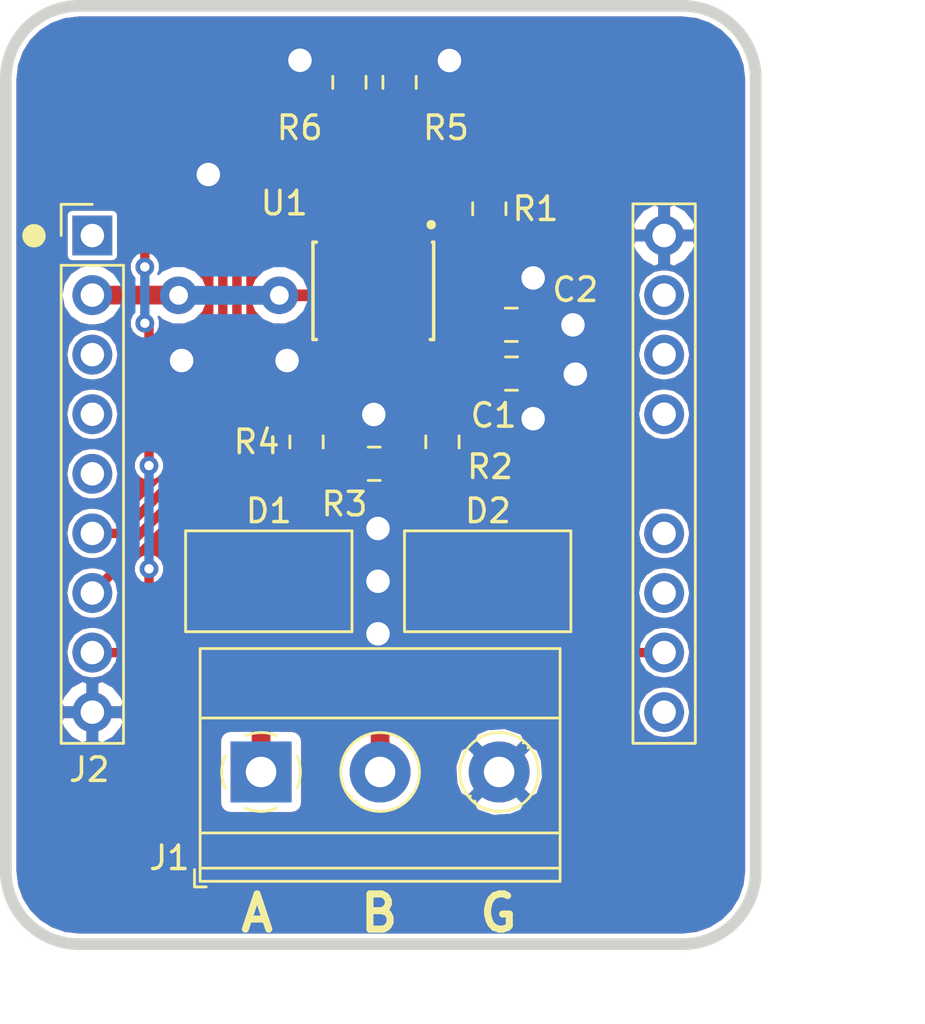
<source format=kicad_pcb>
(kicad_pcb (version 20171130) (host pcbnew 5.1.2)

  (general
    (thickness 1.6)
    (drawings 13)
    (tracks 122)
    (zones 0)
    (modules 13)
    (nets 21)
  )

  (page A4)
  (title_block
    (title "Faraday FP2")
    (date 2018-10-18)
    (rev A)
    (company "Newie Ventures")
    (comment 1 "M Bright")
    (comment 2 UTS)
  )

  (layers
    (0 F.Cu signal)
    (31 B.Cu signal)
    (32 B.Adhes user)
    (33 F.Adhes user)
    (34 B.Paste user)
    (35 F.Paste user)
    (36 B.SilkS user)
    (37 F.SilkS user)
    (38 B.Mask user)
    (39 F.Mask user)
    (40 Dwgs.User user)
    (41 Cmts.User user)
    (42 Eco1.User user)
    (43 Eco2.User user)
    (44 Edge.Cuts user)
    (45 Margin user)
    (46 B.CrtYd user hide)
    (47 F.CrtYd user hide)
    (48 B.Fab user hide)
    (49 F.Fab user hide)
  )

  (setup
    (last_trace_width 0.4)
    (trace_clearance 0.2)
    (zone_clearance 0.2)
    (zone_45_only no)
    (trace_min 0.2)
    (via_size 0.8)
    (via_drill 0.4)
    (via_min_size 0.4)
    (via_min_drill 0.3)
    (uvia_size 0.3)
    (uvia_drill 0.1)
    (uvias_allowed no)
    (uvia_min_size 0.2)
    (uvia_min_drill 0.1)
    (edge_width 0.15)
    (segment_width 0.2)
    (pcb_text_width 0.3)
    (pcb_text_size 1.5 1.5)
    (mod_edge_width 0.15)
    (mod_text_size 1 1)
    (mod_text_width 0.15)
    (pad_size 1.524 1.524)
    (pad_drill 0.762)
    (pad_to_mask_clearance 0.2)
    (solder_mask_min_width 0.25)
    (aux_axis_origin 0 0)
    (visible_elements FFFFFF7F)
    (pcbplotparams
      (layerselection 0x010fc_ffffffff)
      (usegerberextensions false)
      (usegerberattributes false)
      (usegerberadvancedattributes false)
      (creategerberjobfile false)
      (excludeedgelayer true)
      (linewidth 0.100000)
      (plotframeref false)
      (viasonmask false)
      (mode 1)
      (useauxorigin false)
      (hpglpennumber 1)
      (hpglpenspeed 20)
      (hpglpendiameter 15.000000)
      (psnegative false)
      (psa4output false)
      (plotreference true)
      (plotvalue true)
      (plotinvisibletext false)
      (padsonsilk false)
      (subtractmaskfromsilk false)
      (outputformat 1)
      (mirror false)
      (drillshape 1)
      (scaleselection 1)
      (outputdirectory ""))
  )

  (net 0 "")
  (net 1 "Net-(D1-Pad1)")
  (net 2 "Net-(D2-Pad1)")
  (net 3 GND)
  (net 4 +5V)
  (net 5 /UART_RX)
  (net 6 "Net-(R2-Pad2)")
  (net 7 "Net-(R4-Pad2)")
  (net 8 /RS485_RCV_EN)
  (net 9 /RS485_DRV_EN)
  (net 10 /UART_TX)
  (net 11 "Net-(J2-Pad3)")
  (net 12 "Net-(J2-Pad5)")
  (net 13 "Net-(J2-Pad4)")
  (net 14 "Net-(J2-Pad16)")
  (net 15 "Net-(J2-Pad14)")
  (net 16 "Net-(J2-Pad13)")
  (net 17 "Net-(J2-Pad15)")
  (net 18 "Net-(J2-Pad10)")
  (net 19 "Net-(J2-Pad1)")
  (net 20 "Net-(J2-Pad12)")

  (net_class Default "This is the default net class."
    (clearance 0.2)
    (trace_width 0.4)
    (via_dia 0.8)
    (via_drill 0.4)
    (uvia_dia 0.3)
    (uvia_drill 0.1)
    (add_net /RS485_DRV_EN)
    (add_net /RS485_RCV_EN)
    (add_net /UART_RX)
    (add_net /UART_TX)
    (add_net GND)
    (add_net "Net-(J2-Pad1)")
    (add_net "Net-(J2-Pad10)")
    (add_net "Net-(J2-Pad12)")
    (add_net "Net-(J2-Pad13)")
    (add_net "Net-(J2-Pad14)")
    (add_net "Net-(J2-Pad15)")
    (add_net "Net-(J2-Pad16)")
    (add_net "Net-(J2-Pad3)")
    (add_net "Net-(J2-Pad4)")
    (add_net "Net-(J2-Pad5)")
    (add_net "Net-(R2-Pad2)")
    (add_net "Net-(R4-Pad2)")
  )

  (net_class Power ""
    (clearance 0.4)
    (trace_width 0.8)
    (via_dia 1.6)
    (via_drill 0.8)
    (uvia_dia 0.3)
    (uvia_drill 0.1)
    (add_net +5V)
    (add_net "Net-(D1-Pad1)")
    (add_net "Net-(D2-Pad1)")
  )

  (module project_parts:D_SMB_NP (layer F.Cu) (tedit 5BBDA101) (tstamp 5BBDFF34)
    (at 149.56 104.53 180)
    (descr "Diode SMB (DO-214AA)")
    (tags "Diode SMB (DO-214AA)")
    (path /5BD26721)
    (attr smd)
    (fp_text reference D2 (at -0.01 3 180) (layer F.SilkS)
      (effects (font (size 1 1) (thickness 0.15)))
    )
    (fp_text value "43V 600W" (at 0 3.1 180) (layer F.Fab)
      (effects (font (size 1 1) (thickness 0.15)))
    )
    (fp_line (start 3.55 -2.15) (end 3.55 2.15) (layer F.SilkS) (width 0.12))
    (fp_line (start -3.55 -2.15) (end 3.55 -2.15) (layer F.SilkS) (width 0.12))
    (fp_line (start -3.55 2.15) (end 3.55 2.15) (layer F.SilkS) (width 0.12))
    (fp_line (start -3.65 2.25) (end -3.65 -2.25) (layer F.CrtYd) (width 0.05))
    (fp_line (start 3.65 2.25) (end -3.65 2.25) (layer F.CrtYd) (width 0.05))
    (fp_line (start 3.65 -2.25) (end 3.65 2.25) (layer F.CrtYd) (width 0.05))
    (fp_line (start -3.65 -2.25) (end 3.65 -2.25) (layer F.CrtYd) (width 0.05))
    (fp_line (start 2.3 -2) (end -2.3 -2) (layer F.Fab) (width 0.1))
    (fp_line (start 2.3 -2) (end 2.3 2) (layer F.Fab) (width 0.1))
    (fp_line (start -2.3 2) (end -2.3 -2) (layer F.Fab) (width 0.1))
    (fp_line (start 2.3 2) (end -2.3 2) (layer F.Fab) (width 0.1))
    (fp_line (start -3.55 -2.15) (end -3.55 2.15) (layer F.SilkS) (width 0.12))
    (fp_text user %R (at 0 -3 180) (layer F.Fab)
      (effects (font (size 1 1) (thickness 0.15)))
    )
    (pad 2 smd rect (at 2.15 0 180) (size 2.5 2.3) (layers F.Cu F.Paste F.Mask)
      (net 3 GND))
    (pad 1 smd rect (at -2.15 0 180) (size 2.5 2.3) (layers F.Cu F.Paste F.Mask)
      (net 2 "Net-(D2-Pad1)"))
    (model ${KISYS3DMOD}/Diode_SMD.3dshapes/D_SMB.wrl
      (at (xyz 0 0 0))
      (scale (xyz 1 1 1))
      (rotate (xyz 0 0 0))
    )
  )

  (module project_parts:D_SMB_NP (layer F.Cu) (tedit 5BBDA0AA) (tstamp 5BBDFF22)
    (at 140.22 104.53)
    (descr "Diode SMB (DO-214AA)")
    (tags "Diode SMB (DO-214AA)")
    (path /5BB06A9B)
    (attr smd)
    (fp_text reference D1 (at 0 -3) (layer F.SilkS)
      (effects (font (size 1 1) (thickness 0.15)))
    )
    (fp_text value "43V 600W" (at 0 3.1) (layer F.Fab)
      (effects (font (size 1 1) (thickness 0.15)))
    )
    (fp_text user %R (at 0 -3) (layer F.Fab)
      (effects (font (size 1 1) (thickness 0.15)))
    )
    (fp_line (start -3.55 -2.15) (end -3.55 2.15) (layer F.SilkS) (width 0.12))
    (fp_line (start 2.3 2) (end -2.3 2) (layer F.Fab) (width 0.1))
    (fp_line (start -2.3 2) (end -2.3 -2) (layer F.Fab) (width 0.1))
    (fp_line (start 2.3 -2) (end 2.3 2) (layer F.Fab) (width 0.1))
    (fp_line (start 2.3 -2) (end -2.3 -2) (layer F.Fab) (width 0.1))
    (fp_line (start -3.65 -2.25) (end 3.65 -2.25) (layer F.CrtYd) (width 0.05))
    (fp_line (start 3.65 -2.25) (end 3.65 2.25) (layer F.CrtYd) (width 0.05))
    (fp_line (start 3.65 2.25) (end -3.65 2.25) (layer F.CrtYd) (width 0.05))
    (fp_line (start -3.65 2.25) (end -3.65 -2.25) (layer F.CrtYd) (width 0.05))
    (fp_line (start -3.55 2.15) (end 3.55 2.15) (layer F.SilkS) (width 0.12))
    (fp_line (start -3.55 -2.15) (end 3.55 -2.15) (layer F.SilkS) (width 0.12))
    (fp_line (start 3.55 -2.15) (end 3.55 2.15) (layer F.SilkS) (width 0.12))
    (pad 1 smd rect (at -2.15 0) (size 2.5 2.3) (layers F.Cu F.Paste F.Mask)
      (net 1 "Net-(D1-Pad1)"))
    (pad 2 smd rect (at 2.15 0) (size 2.5 2.3) (layers F.Cu F.Paste F.Mask)
      (net 3 GND))
    (model ${KISYS3DMOD}/Diode_SMD.3dshapes/D_SMB.wrl
      (at (xyz 0 0 0))
      (scale (xyz 1 1 1))
      (rotate (xyz 0 0 0))
    )
  )

  (module project_parts:SOIC-8_3.9x4.9mm_P1.27mm (layer F.Cu) (tedit 5BBD7292) (tstamp 5BBDBFFA)
    (at 144.68 92.15 270)
    (descr "8-Lead Plastic Small Outline (SN) - Narrow, 3.90 mm Body [SOIC] (see Microchip Packaging Specification 00000049BS.pdf)")
    (tags "SOIC 1.27")
    (path /5BB06A7D)
    (attr smd)
    (fp_text reference U1 (at -3.74 3.8) (layer F.SilkS)
      (effects (font (size 1 1) (thickness 0.15)))
    )
    (fp_text value SP485E (at 0 3.5 270) (layer F.Fab)
      (effects (font (size 1 1) (thickness 0.15)))
    )
    (fp_text user %R (at 0 0 270) (layer F.Fab)
      (effects (font (size 1 1) (thickness 0.15)))
    )
    (fp_line (start -0.95 -2.45) (end 1.95 -2.45) (layer F.Fab) (width 0.1))
    (fp_line (start 1.95 -2.45) (end 1.95 2.45) (layer F.Fab) (width 0.1))
    (fp_line (start 1.95 2.45) (end -1.95 2.45) (layer F.Fab) (width 0.1))
    (fp_line (start -1.95 2.45) (end -1.95 -1.45) (layer F.Fab) (width 0.1))
    (fp_line (start -1.95 -1.45) (end -0.95 -2.45) (layer F.Fab) (width 0.1))
    (fp_line (start -3.73 -2.7) (end -3.73 2.7) (layer F.CrtYd) (width 0.05))
    (fp_line (start 3.73 -2.7) (end 3.73 2.7) (layer F.CrtYd) (width 0.05))
    (fp_line (start -3.73 -2.7) (end 3.73 -2.7) (layer F.CrtYd) (width 0.05))
    (fp_line (start -3.73 2.7) (end 3.73 2.7) (layer F.CrtYd) (width 0.05))
    (fp_line (start -2.075 -2.575) (end -2.075 -2.525) (layer F.SilkS) (width 0.15))
    (fp_line (start 2.075 -2.575) (end 2.075 -2.43) (layer F.SilkS) (width 0.15))
    (fp_line (start 2.075 2.575) (end 2.075 2.43) (layer F.SilkS) (width 0.15))
    (fp_line (start -2.075 2.575) (end -2.075 2.43) (layer F.SilkS) (width 0.15))
    (fp_line (start -2.075 -2.575) (end 2.075 -2.575) (layer F.SilkS) (width 0.15))
    (fp_line (start -2.075 2.575) (end 2.075 2.575) (layer F.SilkS) (width 0.15))
    (fp_circle (center -2.82 -2.47) (end -2.72 -2.47) (layer F.SilkS) (width 0.2))
    (pad 1 smd rect (at -2.7 -1.905 270) (size 1.55 0.6) (layers F.Cu F.Paste F.Mask)
      (net 5 /UART_RX))
    (pad 2 smd rect (at -2.7 -0.635 270) (size 1.55 0.6) (layers F.Cu F.Paste F.Mask)
      (net 8 /RS485_RCV_EN))
    (pad 3 smd rect (at -2.7 0.635 270) (size 1.55 0.6) (layers F.Cu F.Paste F.Mask)
      (net 9 /RS485_DRV_EN))
    (pad 4 smd rect (at -2.7 1.905 270) (size 1.55 0.6) (layers F.Cu F.Paste F.Mask)
      (net 10 /UART_TX))
    (pad 5 smd rect (at 2.7 1.905 270) (size 1.55 0.6) (layers F.Cu F.Paste F.Mask)
      (net 3 GND))
    (pad 6 smd rect (at 2.7 0.635 270) (size 1.55 0.6) (layers F.Cu F.Paste F.Mask)
      (net 7 "Net-(R4-Pad2)"))
    (pad 7 smd rect (at 2.7 -0.635 270) (size 1.55 0.6) (layers F.Cu F.Paste F.Mask)
      (net 6 "Net-(R2-Pad2)"))
    (pad 8 smd rect (at 2.7 -1.905 270) (size 1.55 0.6) (layers F.Cu F.Paste F.Mask)
      (net 4 +5V))
    (model ${KISYS3DMOD}/Package_SO.3dshapes/SOIC-8_3.9x4.9mm_P1.27mm.wrl
      (at (xyz 0 0 0))
      (scale (xyz 1 1 1))
      (rotate (xyz 0 0 0))
    )
  )

  (module project_parts:Faraday_module (layer F.Cu) (tedit 5BBC427E) (tstamp 5BBD49E7)
    (at 145 100)
    (path /5BCD483D)
    (fp_text reference J2 (at -12.44 12.56) (layer F.SilkS)
      (effects (font (size 1 1) (thickness 0.15)))
    )
    (fp_text value module_connector_header (at -12.36 0.46 270) (layer F.Fab)
      (effects (font (size 1 1) (thickness 0.15)))
    )
    (fp_line (start -13.64 -10.21) (end -13.64 -11.54) (layer F.SilkS) (width 0.12))
    (fp_line (start -11.04 -11.48) (end -11.04 11.38) (layer F.Fab) (width 0.1))
    (fp_line (start -10.51 -12.01) (end -14.11 -12.01) (layer F.CrtYd) (width 0.05))
    (fp_line (start -13.58 -10.845) (end -12.945 -11.48) (layer F.Fab) (width 0.1))
    (fp_line (start -13.64 -11.54) (end -12.31 -11.54) (layer F.SilkS) (width 0.12))
    (fp_line (start -13.64 11.44) (end -10.98 11.44) (layer F.SilkS) (width 0.12))
    (fp_line (start -14.11 -12.01) (end -14.11 11.89) (layer F.CrtYd) (width 0.05))
    (fp_line (start -13.58 11.38) (end -13.58 -10.845) (layer F.Fab) (width 0.1))
    (fp_line (start -11.04 11.38) (end -13.58 11.38) (layer F.Fab) (width 0.1))
    (fp_line (start -14.11 11.89) (end -10.51 11.89) (layer F.CrtYd) (width 0.05))
    (fp_line (start -10.51 11.89) (end -10.51 -12.01) (layer F.CrtYd) (width 0.05))
    (fp_line (start -12.945 -11.48) (end -11.04 -11.48) (layer F.Fab) (width 0.1))
    (fp_line (start -10.98 -8.94) (end -10.98 11.44) (layer F.SilkS) (width 0.12))
    (fp_line (start -13.64 -8.94) (end -13.64 11.44) (layer F.SilkS) (width 0.12))
    (fp_line (start -13.64 -8.94) (end -10.98 -8.94) (layer F.SilkS) (width 0.12))
    (fp_line (start 13.89 11.89) (end 13.89 -12.01) (layer F.CrtYd) (width 0.05))
    (fp_line (start 10.82 11.38) (end 10.82 -11.48) (layer F.Fab) (width 0.1))
    (fp_line (start 10.82 -11.48) (end 13.36 -11.48) (layer F.Fab) (width 0.1))
    (fp_line (start 10.76 -11.56) (end 13.39 -11.56) (layer F.SilkS) (width 0.12))
    (fp_line (start 10.29 11.89) (end 13.89 11.89) (layer F.CrtYd) (width 0.05))
    (fp_line (start 13.36 11.38) (end 10.82 11.38) (layer F.Fab) (width 0.1))
    (fp_line (start 10.76 -11.56) (end 10.76 11.44) (layer F.SilkS) (width 0.12))
    (fp_line (start 13.36 -11.48) (end 13.36 11.38) (layer F.Fab) (width 0.1))
    (fp_line (start 13.89 -12.01) (end 10.29 -12.01) (layer F.CrtYd) (width 0.05))
    (fp_line (start 10.29 -12.01) (end 10.29 11.89) (layer F.CrtYd) (width 0.05))
    (fp_line (start 13.42 -11.56) (end 13.42 11.44) (layer F.SilkS) (width 0.12))
    (fp_line (start 10.76 11.44) (end 13.42 11.44) (layer F.SilkS) (width 0.12))
    (fp_circle (center -14.8 -10.2) (end -14.55 -10.2) (layer F.SilkS) (width 0.5))
    (pad 3 thru_hole oval (at -12.31 -5.13) (size 1.7 1.7) (drill 1) (layers *.Cu *.Mask)
      (net 11 "Net-(J2-Pad3)"))
    (pad 5 thru_hole oval (at -12.31 -0.05) (size 1.7 1.7) (drill 1) (layers *.Cu *.Mask)
      (net 12 "Net-(J2-Pad5)"))
    (pad 6 thru_hole oval (at -12.31 2.49) (size 1.7 1.7) (drill 1) (layers *.Cu *.Mask)
      (net 10 /UART_TX))
    (pad 1 thru_hole rect (at -12.31 -10.21) (size 1.7 1.7) (drill 1) (layers *.Cu *.Mask)
      (net 19 "Net-(J2-Pad1)"))
    (pad 9 thru_hole oval (at -12.31 10.11) (size 1.7 1.7) (drill 1) (layers *.Cu *.Mask)
      (net 3 GND))
    (pad 7 thru_hole oval (at -12.31 5.03) (size 1.7 1.7) (drill 1) (layers *.Cu *.Mask)
      (net 5 /UART_RX))
    (pad 2 thru_hole oval (at -12.31 -7.67) (size 1.7 1.7) (drill 1) (layers *.Cu *.Mask)
      (net 4 +5V))
    (pad 8 thru_hole oval (at -12.31 7.57) (size 1.7 1.7) (drill 1) (layers *.Cu *.Mask)
      (net 9 /RS485_DRV_EN))
    (pad 4 thru_hole oval (at -12.31 -2.59) (size 1.7 1.7) (drill 1) (layers *.Cu *.Mask)
      (net 13 "Net-(J2-Pad4)"))
    (pad 12 thru_hole oval (at 12.09 5.03) (size 1.7 1.7) (drill 1) (layers *.Cu *.Mask)
      (net 20 "Net-(J2-Pad12)"))
    (pad 11 thru_hole oval (at 12.09 7.57) (size 1.7 1.7) (drill 1) (layers *.Cu *.Mask)
      (net 8 /RS485_RCV_EN))
    (pad 10 thru_hole oval (at 12.09 10.11) (size 1.7 1.7) (drill 1) (layers *.Cu *.Mask)
      (net 18 "Net-(J2-Pad10)"))
    (pad 13 thru_hole oval (at 12.09 2.49) (size 1.7 1.7) (drill 1) (layers *.Cu *.Mask)
      (net 16 "Net-(J2-Pad13)"))
    (pad 16 thru_hole oval (at 12.09 -7.67) (size 1.7 1.7) (drill 1) (layers *.Cu *.Mask)
      (net 14 "Net-(J2-Pad16)"))
    (pad 17 thru_hole oval (at 12.09 -10.21) (size 1.7 1.7) (drill 1) (layers *.Cu *.Mask)
      (net 3 GND))
    (pad 15 thru_hole oval (at 12.09 -5.13) (size 1.7 1.7) (drill 1) (layers *.Cu *.Mask)
      (net 17 "Net-(J2-Pad15)"))
    (pad 14 thru_hole oval (at 12.09 -2.59) (size 1.7 1.7) (drill 1) (layers *.Cu *.Mask)
      (net 15 "Net-(J2-Pad14)"))
  )

  (module Resistor_SMD:R_0805_2012Metric (layer F.Cu) (tedit 5BBD5066) (tstamp 5BBD4A7F)
    (at 150.575787 95.676114)
    (descr "Resistor SMD 0805 (2012 Metric), square (rectangular) end terminal, IPC_7351 nominal, (Body size source: https://docs.google.com/spreadsheets/d/1BsfQQcO9C6DZCsRaXUlFlo91Tg2WpOkGARC1WS5S8t0/edit?usp=sharing), generated with kicad-footprint-generator")
    (tags resistor)
    (path /5BBED9D4)
    (attr smd)
    (fp_text reference C1 (at -0.765787 1.783886) (layer F.SilkS)
      (effects (font (size 1 1) (thickness 0.15)))
    )
    (fp_text value "10uF 10V" (at 0 1.65) (layer F.Fab) hide
      (effects (font (size 1 1) (thickness 0.15)))
    )
    (fp_line (start -1 0.6) (end -1 -0.6) (layer F.Fab) (width 0.1))
    (fp_line (start -1 -0.6) (end 1 -0.6) (layer F.Fab) (width 0.1))
    (fp_line (start 1 -0.6) (end 1 0.6) (layer F.Fab) (width 0.1))
    (fp_line (start 1 0.6) (end -1 0.6) (layer F.Fab) (width 0.1))
    (fp_line (start -0.258578 -0.71) (end 0.258578 -0.71) (layer F.SilkS) (width 0.12))
    (fp_line (start -0.258578 0.71) (end 0.258578 0.71) (layer F.SilkS) (width 0.12))
    (fp_line (start -1.68 0.95) (end -1.68 -0.95) (layer F.CrtYd) (width 0.05))
    (fp_line (start -1.68 -0.95) (end 1.68 -0.95) (layer F.CrtYd) (width 0.05))
    (fp_line (start 1.68 -0.95) (end 1.68 0.95) (layer F.CrtYd) (width 0.05))
    (fp_line (start 1.68 0.95) (end -1.68 0.95) (layer F.CrtYd) (width 0.05))
    (fp_text user %R (at 0 0) (layer F.Fab)
      (effects (font (size 0.5 0.5) (thickness 0.08)))
    )
    (pad 1 smd roundrect (at -0.9375 0) (size 0.975 1.4) (layers F.Cu F.Paste F.Mask) (roundrect_rratio 0.25)
      (net 4 +5V))
    (pad 2 smd roundrect (at 0.9375 0) (size 0.975 1.4) (layers F.Cu F.Paste F.Mask) (roundrect_rratio 0.25)
      (net 3 GND))
    (model ${KISYS3DMOD}/Resistor_SMD.3dshapes/R_0805_2012Metric.wrl
      (at (xyz 0 0 0))
      (scale (xyz 1 1 1))
      (rotate (xyz 0 0 0))
    )
  )

  (module Resistor_SMD:R_0805_2012Metric (layer F.Cu) (tedit 5BB55B31) (tstamp 5BB3124A)
    (at 143.66 83.26 270)
    (descr "Resistor SMD 0805 (2012 Metric), square (rectangular) end terminal, IPC_7351 nominal, (Body size source: https://docs.google.com/spreadsheets/d/1BsfQQcO9C6DZCsRaXUlFlo91Tg2WpOkGARC1WS5S8t0/edit?usp=sharing), generated with kicad-footprint-generator")
    (tags resistor)
    (path /5BB34519)
    (attr smd)
    (fp_text reference R6 (at 1.94 2.12) (layer F.SilkS)
      (effects (font (size 1 1) (thickness 0.15)))
    )
    (fp_text value 10k (at 0 1.65 270) (layer F.Fab) hide
      (effects (font (size 1 1) (thickness 0.15)))
    )
    (fp_text user %R (at 0 0 270) (layer F.Fab)
      (effects (font (size 0.5 0.5) (thickness 0.08)))
    )
    (fp_line (start 1.68 0.95) (end -1.68 0.95) (layer F.CrtYd) (width 0.05))
    (fp_line (start 1.68 -0.95) (end 1.68 0.95) (layer F.CrtYd) (width 0.05))
    (fp_line (start -1.68 -0.95) (end 1.68 -0.95) (layer F.CrtYd) (width 0.05))
    (fp_line (start -1.68 0.95) (end -1.68 -0.95) (layer F.CrtYd) (width 0.05))
    (fp_line (start -0.258578 0.71) (end 0.258578 0.71) (layer F.SilkS) (width 0.12))
    (fp_line (start -0.258578 -0.71) (end 0.258578 -0.71) (layer F.SilkS) (width 0.12))
    (fp_line (start 1 0.6) (end -1 0.6) (layer F.Fab) (width 0.1))
    (fp_line (start 1 -0.6) (end 1 0.6) (layer F.Fab) (width 0.1))
    (fp_line (start -1 -0.6) (end 1 -0.6) (layer F.Fab) (width 0.1))
    (fp_line (start -1 0.6) (end -1 -0.6) (layer F.Fab) (width 0.1))
    (pad 2 smd roundrect (at 0.9375 0 270) (size 0.975 1.4) (layers F.Cu F.Paste F.Mask) (roundrect_rratio 0.25)
      (net 9 /RS485_DRV_EN))
    (pad 1 smd roundrect (at -0.9375 0 270) (size 0.975 1.4) (layers F.Cu F.Paste F.Mask) (roundrect_rratio 0.25)
      (net 3 GND))
    (model ${KISYS3DMOD}/Resistor_SMD.3dshapes/R_0805_2012Metric.wrl
      (at (xyz 0 0 0))
      (scale (xyz 1 1 1))
      (rotate (xyz 0 0 0))
    )
  )

  (module Resistor_SMD:R_0805_2012Metric (layer F.Cu) (tedit 5BB55B34) (tstamp 5BB31239)
    (at 145.8 83.26 270)
    (descr "Resistor SMD 0805 (2012 Metric), square (rectangular) end terminal, IPC_7351 nominal, (Body size source: https://docs.google.com/spreadsheets/d/1BsfQQcO9C6DZCsRaXUlFlo91Tg2WpOkGARC1WS5S8t0/edit?usp=sharing), generated with kicad-footprint-generator")
    (tags resistor)
    (path /5BB34577)
    (attr smd)
    (fp_text reference R5 (at 1.94 -1.98) (layer F.SilkS)
      (effects (font (size 1 1) (thickness 0.15)))
    )
    (fp_text value 10k (at 0 1.65 270) (layer F.Fab) hide
      (effects (font (size 1 1) (thickness 0.15)))
    )
    (fp_text user %R (at 0 0 270) (layer F.Fab)
      (effects (font (size 0.5 0.5) (thickness 0.08)))
    )
    (fp_line (start 1.68 0.95) (end -1.68 0.95) (layer F.CrtYd) (width 0.05))
    (fp_line (start 1.68 -0.95) (end 1.68 0.95) (layer F.CrtYd) (width 0.05))
    (fp_line (start -1.68 -0.95) (end 1.68 -0.95) (layer F.CrtYd) (width 0.05))
    (fp_line (start -1.68 0.95) (end -1.68 -0.95) (layer F.CrtYd) (width 0.05))
    (fp_line (start -0.258578 0.71) (end 0.258578 0.71) (layer F.SilkS) (width 0.12))
    (fp_line (start -0.258578 -0.71) (end 0.258578 -0.71) (layer F.SilkS) (width 0.12))
    (fp_line (start 1 0.6) (end -1 0.6) (layer F.Fab) (width 0.1))
    (fp_line (start 1 -0.6) (end 1 0.6) (layer F.Fab) (width 0.1))
    (fp_line (start -1 -0.6) (end 1 -0.6) (layer F.Fab) (width 0.1))
    (fp_line (start -1 0.6) (end -1 -0.6) (layer F.Fab) (width 0.1))
    (pad 2 smd roundrect (at 0.9375 0 270) (size 0.975 1.4) (layers F.Cu F.Paste F.Mask) (roundrect_rratio 0.25)
      (net 8 /RS485_RCV_EN))
    (pad 1 smd roundrect (at -0.9375 0 270) (size 0.975 1.4) (layers F.Cu F.Paste F.Mask) (roundrect_rratio 0.25)
      (net 3 GND))
    (model ${KISYS3DMOD}/Resistor_SMD.3dshapes/R_0805_2012Metric.wrl
      (at (xyz 0 0 0))
      (scale (xyz 1 1 1))
      (rotate (xyz 0 0 0))
    )
  )

  (module Resistor_SMD:R_0805_2012Metric (layer F.Cu) (tedit 5BB55B0C) (tstamp 5BB31228)
    (at 141.83 98.59 90)
    (descr "Resistor SMD 0805 (2012 Metric), square (rectangular) end terminal, IPC_7351 nominal, (Body size source: https://docs.google.com/spreadsheets/d/1BsfQQcO9C6DZCsRaXUlFlo91Tg2WpOkGARC1WS5S8t0/edit?usp=sharing), generated with kicad-footprint-generator")
    (tags resistor)
    (path /5BBED788)
    (attr smd)
    (fp_text reference R4 (at 0 -2.13 180) (layer F.SilkS)
      (effects (font (size 1 1) (thickness 0.15)))
    )
    (fp_text value 10R (at 0 1.65 90) (layer F.Fab) hide
      (effects (font (size 1 1) (thickness 0.15)))
    )
    (fp_text user %R (at 0 0 90) (layer F.Fab)
      (effects (font (size 0.5 0.5) (thickness 0.08)))
    )
    (fp_line (start 1.68 0.95) (end -1.68 0.95) (layer F.CrtYd) (width 0.05))
    (fp_line (start 1.68 -0.95) (end 1.68 0.95) (layer F.CrtYd) (width 0.05))
    (fp_line (start -1.68 -0.95) (end 1.68 -0.95) (layer F.CrtYd) (width 0.05))
    (fp_line (start -1.68 0.95) (end -1.68 -0.95) (layer F.CrtYd) (width 0.05))
    (fp_line (start -0.258578 0.71) (end 0.258578 0.71) (layer F.SilkS) (width 0.12))
    (fp_line (start -0.258578 -0.71) (end 0.258578 -0.71) (layer F.SilkS) (width 0.12))
    (fp_line (start 1 0.6) (end -1 0.6) (layer F.Fab) (width 0.1))
    (fp_line (start 1 -0.6) (end 1 0.6) (layer F.Fab) (width 0.1))
    (fp_line (start -1 -0.6) (end 1 -0.6) (layer F.Fab) (width 0.1))
    (fp_line (start -1 0.6) (end -1 -0.6) (layer F.Fab) (width 0.1))
    (pad 2 smd roundrect (at 0.9375 0 90) (size 0.975 1.4) (layers F.Cu F.Paste F.Mask) (roundrect_rratio 0.25)
      (net 7 "Net-(R4-Pad2)"))
    (pad 1 smd roundrect (at -0.9375 0 90) (size 0.975 1.4) (layers F.Cu F.Paste F.Mask) (roundrect_rratio 0.25)
      (net 1 "Net-(D1-Pad1)"))
    (model ${KISYS3DMOD}/Resistor_SMD.3dshapes/R_0805_2012Metric.wrl
      (at (xyz 0 0 0))
      (scale (xyz 1 1 1))
      (rotate (xyz 0 0 0))
    )
  )

  (module Resistor_SMD:R_0805_2012Metric (layer F.Cu) (tedit 5BB55B10) (tstamp 5BB31217)
    (at 144.72 99.52)
    (descr "Resistor SMD 0805 (2012 Metric), square (rectangular) end terminal, IPC_7351 nominal, (Body size source: https://docs.google.com/spreadsheets/d/1BsfQQcO9C6DZCsRaXUlFlo91Tg2WpOkGARC1WS5S8t0/edit?usp=sharing), generated with kicad-footprint-generator")
    (tags resistor)
    (path /5BB06ACE)
    (attr smd)
    (fp_text reference R3 (at -1.27 1.72) (layer F.SilkS)
      (effects (font (size 1 1) (thickness 0.15)))
    )
    (fp_text value 120R (at 0 1.65) (layer F.Fab) hide
      (effects (font (size 1 1) (thickness 0.15)))
    )
    (fp_text user %R (at 0 0) (layer F.Fab)
      (effects (font (size 0.5 0.5) (thickness 0.08)))
    )
    (fp_line (start 1.68 0.95) (end -1.68 0.95) (layer F.CrtYd) (width 0.05))
    (fp_line (start 1.68 -0.95) (end 1.68 0.95) (layer F.CrtYd) (width 0.05))
    (fp_line (start -1.68 -0.95) (end 1.68 -0.95) (layer F.CrtYd) (width 0.05))
    (fp_line (start -1.68 0.95) (end -1.68 -0.95) (layer F.CrtYd) (width 0.05))
    (fp_line (start -0.258578 0.71) (end 0.258578 0.71) (layer F.SilkS) (width 0.12))
    (fp_line (start -0.258578 -0.71) (end 0.258578 -0.71) (layer F.SilkS) (width 0.12))
    (fp_line (start 1 0.6) (end -1 0.6) (layer F.Fab) (width 0.1))
    (fp_line (start 1 -0.6) (end 1 0.6) (layer F.Fab) (width 0.1))
    (fp_line (start -1 -0.6) (end 1 -0.6) (layer F.Fab) (width 0.1))
    (fp_line (start -1 0.6) (end -1 -0.6) (layer F.Fab) (width 0.1))
    (pad 2 smd roundrect (at 0.9375 0) (size 0.975 1.4) (layers F.Cu F.Paste F.Mask) (roundrect_rratio 0.25)
      (net 2 "Net-(D2-Pad1)"))
    (pad 1 smd roundrect (at -0.9375 0) (size 0.975 1.4) (layers F.Cu F.Paste F.Mask) (roundrect_rratio 0.25)
      (net 1 "Net-(D1-Pad1)"))
    (model ${KISYS3DMOD}/Resistor_SMD.3dshapes/R_0805_2012Metric.wrl
      (at (xyz 0 0 0))
      (scale (xyz 1 1 1))
      (rotate (xyz 0 0 0))
    )
  )

  (module Resistor_SMD:R_0805_2012Metric (layer F.Cu) (tedit 5BB55B07) (tstamp 5BB31206)
    (at 147.63 98.59 90)
    (descr "Resistor SMD 0805 (2012 Metric), square (rectangular) end terminal, IPC_7351 nominal, (Body size source: https://docs.google.com/spreadsheets/d/1BsfQQcO9C6DZCsRaXUlFlo91Tg2WpOkGARC1WS5S8t0/edit?usp=sharing), generated with kicad-footprint-generator")
    (tags resistor)
    (path /5BB06A8D)
    (attr smd)
    (fp_text reference R2 (at -1.06 2.03 180) (layer F.SilkS)
      (effects (font (size 1 1) (thickness 0.15)))
    )
    (fp_text value 10R (at 0 1.65 90) (layer F.Fab) hide
      (effects (font (size 1 1) (thickness 0.15)))
    )
    (fp_text user %R (at 0 0 90) (layer F.Fab)
      (effects (font (size 0.5 0.5) (thickness 0.08)))
    )
    (fp_line (start 1.68 0.95) (end -1.68 0.95) (layer F.CrtYd) (width 0.05))
    (fp_line (start 1.68 -0.95) (end 1.68 0.95) (layer F.CrtYd) (width 0.05))
    (fp_line (start -1.68 -0.95) (end 1.68 -0.95) (layer F.CrtYd) (width 0.05))
    (fp_line (start -1.68 0.95) (end -1.68 -0.95) (layer F.CrtYd) (width 0.05))
    (fp_line (start -0.258578 0.71) (end 0.258578 0.71) (layer F.SilkS) (width 0.12))
    (fp_line (start -0.258578 -0.71) (end 0.258578 -0.71) (layer F.SilkS) (width 0.12))
    (fp_line (start 1 0.6) (end -1 0.6) (layer F.Fab) (width 0.1))
    (fp_line (start 1 -0.6) (end 1 0.6) (layer F.Fab) (width 0.1))
    (fp_line (start -1 -0.6) (end 1 -0.6) (layer F.Fab) (width 0.1))
    (fp_line (start -1 0.6) (end -1 -0.6) (layer F.Fab) (width 0.1))
    (pad 2 smd roundrect (at 0.9375 0 90) (size 0.975 1.4) (layers F.Cu F.Paste F.Mask) (roundrect_rratio 0.25)
      (net 6 "Net-(R2-Pad2)"))
    (pad 1 smd roundrect (at -0.9375 0 90) (size 0.975 1.4) (layers F.Cu F.Paste F.Mask) (roundrect_rratio 0.25)
      (net 2 "Net-(D2-Pad1)"))
    (model ${KISYS3DMOD}/Resistor_SMD.3dshapes/R_0805_2012Metric.wrl
      (at (xyz 0 0 0))
      (scale (xyz 1 1 1))
      (rotate (xyz 0 0 0))
    )
  )

  (module Resistor_SMD:R_0805_2012Metric (layer F.Cu) (tedit 5BB55B39) (tstamp 5BB311F5)
    (at 149.63 88.65 270)
    (descr "Resistor SMD 0805 (2012 Metric), square (rectangular) end terminal, IPC_7351 nominal, (Body size source: https://docs.google.com/spreadsheets/d/1BsfQQcO9C6DZCsRaXUlFlo91Tg2WpOkGARC1WS5S8t0/edit?usp=sharing), generated with kicad-footprint-generator")
    (tags resistor)
    (path /5BB06AE9)
    (attr smd)
    (fp_text reference R1 (at 0 -1.97) (layer F.SilkS)
      (effects (font (size 1 1) (thickness 0.15)))
    )
    (fp_text value 10k (at 0 1.65 270) (layer F.Fab) hide
      (effects (font (size 1 1) (thickness 0.15)))
    )
    (fp_text user %R (at 0 0 270) (layer F.Fab)
      (effects (font (size 0.5 0.5) (thickness 0.08)))
    )
    (fp_line (start 1.68 0.95) (end -1.68 0.95) (layer F.CrtYd) (width 0.05))
    (fp_line (start 1.68 -0.95) (end 1.68 0.95) (layer F.CrtYd) (width 0.05))
    (fp_line (start -1.68 -0.95) (end 1.68 -0.95) (layer F.CrtYd) (width 0.05))
    (fp_line (start -1.68 0.95) (end -1.68 -0.95) (layer F.CrtYd) (width 0.05))
    (fp_line (start -0.258578 0.71) (end 0.258578 0.71) (layer F.SilkS) (width 0.12))
    (fp_line (start -0.258578 -0.71) (end 0.258578 -0.71) (layer F.SilkS) (width 0.12))
    (fp_line (start 1 0.6) (end -1 0.6) (layer F.Fab) (width 0.1))
    (fp_line (start 1 -0.6) (end 1 0.6) (layer F.Fab) (width 0.1))
    (fp_line (start -1 -0.6) (end 1 -0.6) (layer F.Fab) (width 0.1))
    (fp_line (start -1 0.6) (end -1 -0.6) (layer F.Fab) (width 0.1))
    (pad 2 smd roundrect (at 0.9375 0 270) (size 0.975 1.4) (layers F.Cu F.Paste F.Mask) (roundrect_rratio 0.25)
      (net 4 +5V))
    (pad 1 smd roundrect (at -0.9375 0 270) (size 0.975 1.4) (layers F.Cu F.Paste F.Mask) (roundrect_rratio 0.25)
      (net 5 /UART_RX))
    (model ${KISYS3DMOD}/Resistor_SMD.3dshapes/R_0805_2012Metric.wrl
      (at (xyz 0 0 0))
      (scale (xyz 1 1 1))
      (rotate (xyz 0 0 0))
    )
  )

  (module Resistor_SMD:R_0805_2012Metric (layer F.Cu) (tedit 5BB55B01) (tstamp 5BB311E4)
    (at 150.565787 93.596114)
    (descr "Resistor SMD 0805 (2012 Metric), square (rectangular) end terminal, IPC_7351 nominal, (Body size source: https://docs.google.com/spreadsheets/d/1BsfQQcO9C6DZCsRaXUlFlo91Tg2WpOkGARC1WS5S8t0/edit?usp=sharing), generated with kicad-footprint-generator")
    (tags resistor)
    (path /5BB06B1D)
    (attr smd)
    (fp_text reference C2 (at 2.734213 -1.496114 180) (layer F.SilkS)
      (effects (font (size 1 1) (thickness 0.15)))
    )
    (fp_text value "100nF 50V" (at 0 1.65) (layer F.Fab) hide
      (effects (font (size 1 1) (thickness 0.15)))
    )
    (fp_text user %R (at 0 0) (layer F.Fab)
      (effects (font (size 0.5 0.5) (thickness 0.08)))
    )
    (fp_line (start 1.68 0.95) (end -1.68 0.95) (layer F.CrtYd) (width 0.05))
    (fp_line (start 1.68 -0.95) (end 1.68 0.95) (layer F.CrtYd) (width 0.05))
    (fp_line (start -1.68 -0.95) (end 1.68 -0.95) (layer F.CrtYd) (width 0.05))
    (fp_line (start -1.68 0.95) (end -1.68 -0.95) (layer F.CrtYd) (width 0.05))
    (fp_line (start -0.258578 0.71) (end 0.258578 0.71) (layer F.SilkS) (width 0.12))
    (fp_line (start -0.258578 -0.71) (end 0.258578 -0.71) (layer F.SilkS) (width 0.12))
    (fp_line (start 1 0.6) (end -1 0.6) (layer F.Fab) (width 0.1))
    (fp_line (start 1 -0.6) (end 1 0.6) (layer F.Fab) (width 0.1))
    (fp_line (start -1 -0.6) (end 1 -0.6) (layer F.Fab) (width 0.1))
    (fp_line (start -1 0.6) (end -1 -0.6) (layer F.Fab) (width 0.1))
    (pad 2 smd roundrect (at 0.9375 0) (size 0.975 1.4) (layers F.Cu F.Paste F.Mask) (roundrect_rratio 0.25)
      (net 3 GND))
    (pad 1 smd roundrect (at -0.9375 0) (size 0.975 1.4) (layers F.Cu F.Paste F.Mask) (roundrect_rratio 0.25)
      (net 4 +5V))
    (model ${KISYS3DMOD}/Resistor_SMD.3dshapes/R_0805_2012Metric.wrl
      (at (xyz 0 0 0))
      (scale (xyz 1 1 1))
      (rotate (xyz 0 0 0))
    )
  )

  (module TerminalBlock_Phoenix:TerminalBlock_Phoenix_MKDS-1,5-3-5.08_1x03_P5.08mm_Horizontal (layer F.Cu) (tedit 5B294EBC) (tstamp 5BB311D3)
    (at 139.89 112.66)
    (descr "Terminal Block Phoenix MKDS-1,5-3-5.08, 3 pins, pitch 5.08mm, size 15.2x9.8mm^2, drill diamater 1.3mm, pad diameter 2.6mm, see http://www.farnell.com/datasheets/100425.pdf, script-generated using https://github.com/pointhi/kicad-footprint-generator/scripts/TerminalBlock_Phoenix")
    (tags "THT Terminal Block Phoenix MKDS-1,5-3-5.08 pitch 5.08mm size 15.2x9.8mm^2 drill 1.3mm pad 2.6mm")
    (path /5BB06A76)
    (fp_text reference J1 (at -3.91 3.66) (layer F.SilkS)
      (effects (font (size 1 1) (thickness 0.15)))
    )
    (fp_text value "DMX OUT" (at 16.35 3.99) (layer F.Fab)
      (effects (font (size 1 1) (thickness 0.15)))
    )
    (fp_text user %R (at 5.08 3.2) (layer F.Fab)
      (effects (font (size 1 1) (thickness 0.15)))
    )
    (fp_line (start 13.21 -5.71) (end -3.04 -5.71) (layer F.CrtYd) (width 0.05))
    (fp_line (start 13.21 5.1) (end 13.21 -5.71) (layer F.CrtYd) (width 0.05))
    (fp_line (start -3.04 5.1) (end 13.21 5.1) (layer F.CrtYd) (width 0.05))
    (fp_line (start -3.04 -5.71) (end -3.04 5.1) (layer F.CrtYd) (width 0.05))
    (fp_line (start -2.84 4.9) (end -2.34 4.9) (layer F.SilkS) (width 0.12))
    (fp_line (start -2.84 4.16) (end -2.84 4.9) (layer F.SilkS) (width 0.12))
    (fp_line (start 8.933 1.023) (end 8.886 1.069) (layer F.SilkS) (width 0.12))
    (fp_line (start 11.23 -1.275) (end 11.195 -1.239) (layer F.SilkS) (width 0.12))
    (fp_line (start 9.126 1.239) (end 9.091 1.274) (layer F.SilkS) (width 0.12))
    (fp_line (start 11.435 -1.069) (end 11.388 -1.023) (layer F.SilkS) (width 0.12))
    (fp_line (start 11.115 -1.138) (end 9.023 0.955) (layer F.Fab) (width 0.1))
    (fp_line (start 11.298 -0.955) (end 9.206 1.138) (layer F.Fab) (width 0.1))
    (fp_line (start 3.853 1.023) (end 3.806 1.069) (layer F.SilkS) (width 0.12))
    (fp_line (start 6.15 -1.275) (end 6.115 -1.239) (layer F.SilkS) (width 0.12))
    (fp_line (start 4.046 1.239) (end 4.011 1.274) (layer F.SilkS) (width 0.12))
    (fp_line (start 6.355 -1.069) (end 6.308 -1.023) (layer F.SilkS) (width 0.12))
    (fp_line (start 6.035 -1.138) (end 3.943 0.955) (layer F.Fab) (width 0.1))
    (fp_line (start 6.218 -0.955) (end 4.126 1.138) (layer F.Fab) (width 0.1))
    (fp_line (start 0.955 -1.138) (end -1.138 0.955) (layer F.Fab) (width 0.1))
    (fp_line (start 1.138 -0.955) (end -0.955 1.138) (layer F.Fab) (width 0.1))
    (fp_line (start 12.76 -5.261) (end 12.76 4.66) (layer F.SilkS) (width 0.12))
    (fp_line (start -2.6 -5.261) (end -2.6 4.66) (layer F.SilkS) (width 0.12))
    (fp_line (start -2.6 4.66) (end 12.76 4.66) (layer F.SilkS) (width 0.12))
    (fp_line (start -2.6 -5.261) (end 12.76 -5.261) (layer F.SilkS) (width 0.12))
    (fp_line (start -2.6 -2.301) (end 12.76 -2.301) (layer F.SilkS) (width 0.12))
    (fp_line (start -2.54 -2.3) (end 12.7 -2.3) (layer F.Fab) (width 0.1))
    (fp_line (start -2.6 2.6) (end 12.76 2.6) (layer F.SilkS) (width 0.12))
    (fp_line (start -2.54 2.6) (end 12.7 2.6) (layer F.Fab) (width 0.1))
    (fp_line (start -2.6 4.1) (end 12.76 4.1) (layer F.SilkS) (width 0.12))
    (fp_line (start -2.54 4.1) (end 12.7 4.1) (layer F.Fab) (width 0.1))
    (fp_line (start -2.54 4.1) (end -2.54 -5.2) (layer F.Fab) (width 0.1))
    (fp_line (start -2.04 4.6) (end -2.54 4.1) (layer F.Fab) (width 0.1))
    (fp_line (start 12.7 4.6) (end -2.04 4.6) (layer F.Fab) (width 0.1))
    (fp_line (start 12.7 -5.2) (end 12.7 4.6) (layer F.Fab) (width 0.1))
    (fp_line (start -2.54 -5.2) (end 12.7 -5.2) (layer F.Fab) (width 0.1))
    (fp_circle (center 10.16 0) (end 11.84 0) (layer F.SilkS) (width 0.12))
    (fp_circle (center 10.16 0) (end 11.66 0) (layer F.Fab) (width 0.1))
    (fp_circle (center 5.08 0) (end 6.76 0) (layer F.SilkS) (width 0.12))
    (fp_circle (center 5.08 0) (end 6.58 0) (layer F.Fab) (width 0.1))
    (fp_circle (center 0 0) (end 1.5 0) (layer F.Fab) (width 0.1))
    (fp_arc (start 0 0) (end -0.684 1.535) (angle -25) (layer F.SilkS) (width 0.12))
    (fp_arc (start 0 0) (end -1.535 -0.684) (angle -48) (layer F.SilkS) (width 0.12))
    (fp_arc (start 0 0) (end 0.684 -1.535) (angle -48) (layer F.SilkS) (width 0.12))
    (fp_arc (start 0 0) (end 1.535 0.684) (angle -48) (layer F.SilkS) (width 0.12))
    (fp_arc (start 0 0) (end 0 1.68) (angle -24) (layer F.SilkS) (width 0.12))
    (pad 3 thru_hole circle (at 10.16 0) (size 2.6 2.6) (drill 1.3) (layers *.Cu *.Mask)
      (net 3 GND))
    (pad 2 thru_hole circle (at 5.08 0) (size 2.6 2.6) (drill 1.3) (layers *.Cu *.Mask)
      (net 2 "Net-(D2-Pad1)"))
    (pad 1 thru_hole rect (at 0 0) (size 2.6 2.6) (drill 1.3) (layers *.Cu *.Mask)
      (net 1 "Net-(D1-Pad1)"))
    (model ${KISYS3DMOD}/TerminalBlock_Phoenix.3dshapes/TerminalBlock_Phoenix_MKDS-1,5-3-5.08_1x03_P5.08mm_Horizontal.wrl
      (at (xyz 0 0 0))
      (scale (xyz 1 1 1))
      (rotate (xyz 0 0 0))
    )
  )

  (gr_arc (start 132.12 116.88) (end 129 116.88) (angle -90) (layer Edge.Cuts) (width 0.5) (tstamp 5BC7FABB))
  (gr_arc (start 157.88 116.88) (end 157.88 120) (angle -90) (layer Edge.Cuts) (width 0.5) (tstamp 5BC7FABB))
  (gr_arc (start 157.88 83.12) (end 157.88 80) (angle 90) (layer Edge.Cuts) (width 0.5) (tstamp 5BC7FABB))
  (gr_arc (start 132.12 83.12) (end 132.12 80) (angle -90) (layer Edge.Cuts) (width 0.5))
  (gr_text G (at 150.02 118.68) (layer F.SilkS)
    (effects (font (size 1.5 1.5) (thickness 0.3)))
  )
  (gr_text B (at 144.93 118.68) (layer F.SilkS)
    (effects (font (size 1.5 1.5) (thickness 0.3)))
  )
  (gr_text A (at 139.72 118.68) (layer F.SilkS)
    (effects (font (size 1.5 1.5) (thickness 0.3)))
  )
  (dimension 31.99 (width 0.3) (layer Dwgs.User)
    (gr_text 32mm (at 145 124.78) (layer Dwgs.User)
      (effects (font (size 1.5 1.5) (thickness 0.3)))
    )
    (feature1 (pts (xy 161 119.6) (xy 161 123.266421)))
    (feature2 (pts (xy 129.01 119.6) (xy 129.01 123.266421)))
    (crossbar (pts (xy 129.01 122.68) (xy 161 122.68)))
    (arrow1a (pts (xy 161 122.68) (xy 159.873496 123.266421)))
    (arrow1b (pts (xy 161 122.68) (xy 159.873496 122.093579)))
    (arrow2a (pts (xy 129.01 122.68) (xy 130.136504 123.266421)))
    (arrow2b (pts (xy 129.01 122.68) (xy 130.136504 122.093579)))
  )
  (dimension 40 (width 0.3) (layer Dwgs.User)
    (gr_text 40mm (at 166.3 100 270) (layer Dwgs.User)
      (effects (font (size 1.5 1.5) (thickness 0.3)))
    )
    (feature1 (pts (xy 160 120) (xy 164.786421 120)))
    (feature2 (pts (xy 160 80) (xy 164.786421 80)))
    (crossbar (pts (xy 164.2 80) (xy 164.2 120)))
    (arrow1a (pts (xy 164.2 120) (xy 163.613579 118.873496)))
    (arrow1b (pts (xy 164.2 120) (xy 164.786421 118.873496)))
    (arrow2a (pts (xy 164.2 80) (xy 163.613579 81.126504)))
    (arrow2b (pts (xy 164.2 80) (xy 164.786421 81.126504)))
  )
  (gr_line (start 129 116.86) (end 129 83.12) (layer Edge.Cuts) (width 0.5))
  (gr_line (start 132.11 120) (end 157.88 120) (layer Edge.Cuts) (width 0.5))
  (gr_line (start 161 83.14) (end 161 116.88) (layer Edge.Cuts) (width 0.5))
  (gr_line (start 132.13 80) (end 157.87 80) (layer Edge.Cuts) (width 0.5))

  (segment (start 143.775 99.5275) (end 143.7825 99.52) (width 0.25) (layer F.Cu) (net 1))
  (segment (start 141.83 99.5275) (end 143.775 99.5275) (width 0.8) (layer F.Cu) (net 1))
  (segment (start 139.89 110.56) (end 138.07 108.74) (width 0.8) (layer F.Cu) (net 1))
  (segment (start 139.89 112.66) (end 139.89 110.56) (width 0.8) (layer F.Cu) (net 1))
  (segment (start 138.07 108.74) (end 138.07 104.53) (width 0.8) (layer F.Cu) (net 1))
  (segment (start 138.07 102.58) (end 139.09 101.56) (width 0.8) (layer F.Cu) (net 1))
  (segment (start 138.07 104.53) (end 138.07 102.58) (width 0.8) (layer F.Cu) (net 1))
  (segment (start 139.09 101.56) (end 141.06 101.56) (width 0.8) (layer F.Cu) (net 1))
  (segment (start 141.06 101.56) (end 141.83 100.79) (width 0.8) (layer F.Cu) (net 1))
  (segment (start 141.83 100.79) (end 141.83 99.5275) (width 0.8) (layer F.Cu) (net 1))
  (segment (start 147.6225 99.52) (end 147.63 99.5275) (width 0.25) (layer F.Cu) (net 2))
  (segment (start 145.6575 99.52) (end 147.6225 99.52) (width 0.8) (layer F.Cu) (net 2))
  (segment (start 151.71 106.1) (end 151.71 104.53) (width 0.8) (layer F.Cu) (net 2))
  (segment (start 151.71 102.58) (end 150.59 101.46) (width 0.8) (layer F.Cu) (net 2))
  (segment (start 151.71 104.53) (end 151.71 102.58) (width 0.8) (layer F.Cu) (net 2))
  (segment (start 150.59 101.46) (end 148.11 101.46) (width 0.8) (layer F.Cu) (net 2))
  (segment (start 147.63 100.98) (end 147.63 99.5275) (width 0.8) (layer F.Cu) (net 2))
  (segment (start 148.11 101.46) (end 147.63 100.98) (width 0.8) (layer F.Cu) (net 2))
  (segment (start 144.97 110.821523) (end 146.461523 109.33) (width 0.8) (layer F.Cu) (net 2))
  (segment (start 144.97 112.66) (end 144.97 110.821523) (width 0.8) (layer F.Cu) (net 2))
  (segment (start 146.461523 109.33) (end 150.72 109.33) (width 0.8) (layer F.Cu) (net 2))
  (segment (start 151.71 108.34) (end 151.71 104.53) (width 0.8) (layer F.Cu) (net 2))
  (segment (start 150.72 109.33) (end 151.71 108.34) (width 0.8) (layer F.Cu) (net 2))
  (via (at 144.7 97.42) (size 1.6) (drill 1) (layers F.Cu B.Cu) (net 3) (tstamp 5BB43A4D))
  (via (at 153.3 95.7) (size 1.6) (drill 1) (layers F.Cu B.Cu) (net 3) (tstamp 5BB43798))
  (via (at 153.2 93.6) (size 1.6) (drill 1) (layers F.Cu B.Cu) (net 3) (tstamp 5BB43798))
  (via (at 151.5 97.6) (size 1.6) (drill 1) (layers F.Cu B.Cu) (net 3) (tstamp 5BB43798))
  (via (at 151.5 91.6) (size 1.6) (drill 1) (layers F.Cu B.Cu) (net 3) (tstamp 5BB43798))
  (via (at 136.5 95.12) (size 1.6) (drill 1) (layers F.Cu B.Cu) (net 3) (tstamp 5BB43447))
  (via (at 141.55 82.32) (size 1.6) (drill 1) (layers F.Cu B.Cu) (net 3) (tstamp 5BB40929))
  (via (at 144.88 102.28) (size 1.6) (drill 1) (layers F.Cu B.Cu) (net 3) (tstamp 5BB404C7))
  (via (at 144.88 106.77) (size 1.6) (drill 1) (layers F.Cu B.Cu) (net 3) (tstamp 5BB404C7))
  (via (at 144.88 104.53) (size 1.6) (drill 1) (layers F.Cu B.Cu) (net 3))
  (segment (start 145.7975 82.3225) (end 145.8 82.325) (width 0.25) (layer F.Cu) (net 3))
  (segment (start 143.66 82.3225) (end 145.7975 82.3225) (width 0.8) (layer F.Cu) (net 3))
  (via (at 147.93 82.33) (size 1.6) (drill 1) (layers F.Cu B.Cu) (net 3))
  (segment (start 145.8 82.325) (end 147.925 82.325) (width 0.8) (layer F.Cu) (net 3))
  (segment (start 147.925 82.325) (end 147.93 82.33) (width 0.8) (layer F.Cu) (net 3))
  (segment (start 141.5525 82.3225) (end 141.55 82.32) (width 0.8) (layer F.Cu) (net 3))
  (segment (start 143.66 82.3225) (end 141.5525 82.3225) (width 0.8) (layer F.Cu) (net 3))
  (via (at 141 95.12) (size 1.6) (drill 1) (layers F.Cu B.Cu) (net 3))
  (segment (start 141.405536 95.114464) (end 141.4 95.12) (width 0.5) (layer F.Cu) (net 3))
  (segment (start 141.005536 95.114464) (end 141 95.12) (width 0.5) (layer F.Cu) (net 3))
  (segment (start 142.37 104.53) (end 144.88 104.53) (width 0.8) (layer F.Cu) (net 3))
  (segment (start 147.41 104.53) (end 144.88 104.53) (width 0.8) (layer F.Cu) (net 3))
  (via (at 137.64 87.19) (size 1.6) (drill 1) (layers F.Cu B.Cu) (net 3))
  (segment (start 149.638287 93.606114) (end 149.628287 93.596114) (width 0.25) (layer F.Cu) (net 4))
  (segment (start 149.638287 95.676114) (end 149.638287 93.606114) (width 0.8) (layer F.Cu) (net 4))
  (segment (start 149.628287 89.589213) (end 149.63 89.5875) (width 0.25) (layer F.Cu) (net 4))
  (segment (start 149.628287 93.596114) (end 149.628287 89.589213) (width 0.8) (layer F.Cu) (net 4))
  (segment (start 148.008542 95.676114) (end 149.638287 95.676114) (width 0.5) (layer F.Cu) (net 4))
  (segment (start 146.671892 95.114464) (end 147.446892 95.114464) (width 0.5) (layer F.Cu) (net 4))
  (segment (start 147.446892 95.114464) (end 148.008542 95.676114) (width 0.5) (layer F.Cu) (net 4))
  (via (at 136.37 92.34) (size 1.6) (drill 0.8) (layers F.Cu B.Cu) (net 4))
  (via (at 140.67 92.34) (size 1.6) (drill 0.8) (layers F.Cu B.Cu) (net 4))
  (segment (start 136.36 92.33) (end 136.37 92.34) (width 0.8) (layer F.Cu) (net 4))
  (segment (start 132.69 92.33) (end 136.36 92.33) (width 0.8) (layer F.Cu) (net 4))
  (segment (start 146.671892 93.311892) (end 146.671892 95.114464) (width 0.5) (layer F.Cu) (net 4))
  (segment (start 140.58 92.34) (end 145.7 92.34) (width 0.5) (layer F.Cu) (net 4))
  (segment (start 145.7 92.34) (end 146.671892 93.311892) (width 0.5) (layer F.Cu) (net 4))
  (segment (start 136.37 92.34) (end 140.67 92.34) (width 0.8) (layer B.Cu) (net 4))
  (segment (start 149.438036 87.714464) (end 149.44 87.7125) (width 0.25) (layer F.Cu) (net 5))
  (segment (start 146.585 89.45) (end 146.585 88.275) (width 0.4) (layer F.Cu) (net 5))
  (segment (start 147.1475 87.7125) (end 146.585 88.275) (width 0.4) (layer F.Cu) (net 5))
  (segment (start 149.63 87.7125) (end 147.1475 87.7125) (width 0.4) (layer F.Cu) (net 5))
  (segment (start 146.585 90.56) (end 146.585 89.45) (width 0.4) (layer F.Cu) (net 5))
  (segment (start 146.205001 90.939999) (end 146.585 90.56) (width 0.4) (layer F.Cu) (net 5))
  (segment (start 138.860009 91.229991) (end 139.150001 90.939999) (width 0.4) (layer F.Cu) (net 5))
  (segment (start 138.860009 96.478533) (end 138.860009 91.229991) (width 0.4) (layer F.Cu) (net 5))
  (segment (start 139.150001 90.939999) (end 146.205001 90.939999) (width 0.4) (layer F.Cu) (net 5))
  (segment (start 133.95 103.280623) (end 133.95 103.77) (width 0.4) (layer F.Cu) (net 5))
  (segment (start 132.69 105.03) (end 133.95 103.77) (width 0.4) (layer F.Cu) (net 5))
  (segment (start 133.95 103.280623) (end 137.24 99.990623) (width 0.4) (layer F.Cu) (net 5))
  (segment (start 137.24 98.098542) (end 138.860009 96.478533) (width 0.4) (layer F.Cu) (net 5))
  (segment (start 137.24 99.990623) (end 137.24 98.098542) (width 0.4) (layer F.Cu) (net 5))
  (segment (start 145.315 96.025) (end 145.73 96.44) (width 0.4) (layer F.Cu) (net 6))
  (segment (start 145.315 94.85) (end 145.315 96.025) (width 0.4) (layer F.Cu) (net 6))
  (segment (start 147.63 96.85) (end 147.22 96.44) (width 0.4) (layer F.Cu) (net 6))
  (segment (start 147.63 97.6525) (end 147.63 96.85) (width 0.4) (layer F.Cu) (net 6))
  (segment (start 145.73 96.44) (end 147.22 96.44) (width 0.4) (layer F.Cu) (net 6))
  (segment (start 144.045 96.025) (end 143.6 96.47) (width 0.4) (layer F.Cu) (net 7))
  (segment (start 144.045 94.85) (end 144.045 96.025) (width 0.4) (layer F.Cu) (net 7))
  (segment (start 143.6 96.47) (end 142.22 96.47) (width 0.4) (layer F.Cu) (net 7))
  (segment (start 141.83 96.86) (end 141.83 97.6525) (width 0.4) (layer F.Cu) (net 7))
  (segment (start 142.22 96.47) (end 141.83 96.86) (width 0.4) (layer F.Cu) (net 7))
  (segment (start 145.8 84.1975) (end 153.7275 84.1975) (width 0.4) (layer F.Cu) (net 8))
  (segment (start 153.7275 84.1975) (end 154.89 85.36) (width 0.4) (layer F.Cu) (net 8))
  (segment (start 154.89 85.36) (end 154.89 107.19) (width 0.4) (layer F.Cu) (net 8))
  (segment (start 155.27 107.57) (end 157.09 107.57) (width 0.4) (layer F.Cu) (net 8))
  (segment (start 154.89 107.19) (end 155.27 107.57) (width 0.4) (layer F.Cu) (net 8))
  (segment (start 145.8 87.79) (end 145.8 84.1975) (width 0.4) (layer F.Cu) (net 8))
  (segment (start 145.315 89.45) (end 145.315 88.275) (width 0.4) (layer F.Cu) (net 8))
  (segment (start 145.315 88.275) (end 145.8 87.79) (width 0.4) (layer F.Cu) (net 8))
  (segment (start 143.66 84.1975) (end 136.0725 84.1975) (width 0.4) (layer F.Cu) (net 9))
  (segment (start 136.0725 84.1975) (end 134.93 85.34) (width 0.4) (layer F.Cu) (net 9))
  (via (at 134.93 91.13) (size 0.8) (drill 0.4) (layers F.Cu B.Cu) (net 9))
  (segment (start 134.93 85.34) (end 134.93 91.13) (width 0.4) (layer F.Cu) (net 9))
  (via (at 134.93 93.53) (size 0.8) (drill 0.4) (layers F.Cu B.Cu) (net 9))
  (segment (start 134.93 91.13) (end 134.93 93.53) (width 0.4) (layer B.Cu) (net 9))
  (segment (start 143.66 87.89) (end 143.66 84.1975) (width 0.4) (layer F.Cu) (net 9))
  (segment (start 144.045 89.45) (end 144.045 88.275) (width 0.4) (layer F.Cu) (net 9))
  (segment (start 144.045 88.275) (end 143.66 87.89) (width 0.4) (layer F.Cu) (net 9))
  (via (at 135.11 104) (size 0.8) (drill 0.4) (layers F.Cu B.Cu) (net 9))
  (via (at 135.107949 99.6) (size 0.8) (drill 0.4) (layers F.Cu B.Cu) (net 9))
  (segment (start 135.107949 93.707949) (end 134.93 93.53) (width 0.4) (layer F.Cu) (net 9))
  (segment (start 135.107949 99.6) (end 135.107949 93.707949) (width 0.4) (layer F.Cu) (net 9))
  (segment (start 135.11 99.602051) (end 135.107949 99.6) (width 0.4) (layer B.Cu) (net 9))
  (segment (start 135.11 104) (end 135.11 99.602051) (width 0.4) (layer B.Cu) (net 9))
  (segment (start 135.11 107.166548) (end 135.11 104) (width 0.4) (layer F.Cu) (net 9))
  (segment (start 135.111726 107.168274) (end 135.11 107.166548) (width 0.4) (layer F.Cu) (net 9))
  (segment (start 132.69 107.57) (end 134.71 107.57) (width 0.4) (layer F.Cu) (net 9))
  (segment (start 134.71 107.57) (end 135.111726 107.168274) (width 0.4) (layer F.Cu) (net 9))
  (segment (start 139.791458 89.45) (end 142.075 89.45) (width 0.4) (layer F.Cu) (net 10))
  (segment (start 138.26 90.981458) (end 139.791458 89.45) (width 0.4) (layer F.Cu) (net 10))
  (segment (start 132.69 102.49) (end 133.892081 102.49) (width 0.4) (layer F.Cu) (net 10))
  (segment (start 135.91 100.472081) (end 135.91 100.47) (width 0.4) (layer F.Cu) (net 10))
  (segment (start 138.26 96.23) (end 138.26 90.981458) (width 0.4) (layer F.Cu) (net 10))
  (segment (start 135.91 100.47) (end 136.64 99.74) (width 0.4) (layer F.Cu) (net 10))
  (segment (start 142.075 89.45) (end 142.775 89.45) (width 0.4) (layer F.Cu) (net 10))
  (segment (start 133.892081 102.49) (end 135.91 100.472081) (width 0.4) (layer F.Cu) (net 10))
  (segment (start 136.64 99.74) (end 136.64 97.85) (width 0.4) (layer F.Cu) (net 10))
  (segment (start 136.64 97.85) (end 138.26 96.23) (width 0.4) (layer F.Cu) (net 10))

  (zone (net 3) (net_name GND) (layer B.Cu) (tstamp 0) (hatch edge 0.508)
    (connect_pads (clearance 0.2))
    (min_thickness 0.1)
    (fill yes (arc_segments 16) (thermal_gap 0.508) (thermal_bridge_width 0.508))
    (polygon
      (pts
        (xy 129 80.05) (xy 161.01 80.01) (xy 161 119.99) (xy 128.99 120)
      )
    )
    (filled_polygon
      (pts
        (xy 158.459763 80.568166) (xy 159.010712 80.760028) (xy 159.505461 81.069181) (xy 159.919421 81.480262) (xy 160.232021 81.97284)
        (xy 160.427724 82.522437) (xy 160.5 83.128563) (xy 160.500001 116.852036) (xy 160.431834 117.459763) (xy 160.239973 118.010711)
        (xy 159.93082 118.50546) (xy 159.51974 118.919419) (xy 159.02716 119.232021) (xy 158.477563 119.427724) (xy 157.871437 119.5)
        (xy 132.147955 119.5) (xy 131.540237 119.431834) (xy 130.989289 119.239973) (xy 130.49454 118.93082) (xy 130.080581 118.51974)
        (xy 129.767979 118.02716) (xy 129.572276 117.477563) (xy 129.5 116.871437) (xy 129.5 110.529424) (xy 131.345922 110.529424)
        (xy 131.443002 110.763839) (xy 131.788137 111.191274) (xy 132.270573 111.454095) (xy 132.486 111.36366) (xy 132.486 110.314)
        (xy 132.894 110.314) (xy 132.894 111.36366) (xy 133.109427 111.454095) (xy 133.282148 111.36) (xy 138.131184 111.36)
        (xy 138.131184 113.96) (xy 138.166109 114.135581) (xy 138.265568 114.284432) (xy 138.414419 114.383891) (xy 138.59 114.418816)
        (xy 141.19 114.418816) (xy 141.365581 114.383891) (xy 141.514432 114.284432) (xy 141.613891 114.135581) (xy 141.648816 113.96)
        (xy 141.648816 112.311903) (xy 143.22 112.311903) (xy 143.22 113.008097) (xy 143.486421 113.651296) (xy 143.978704 114.143579)
        (xy 144.621903 114.41) (xy 145.318097 114.41) (xy 145.961296 114.143579) (xy 146.068136 114.036739) (xy 148.961761 114.036739)
        (xy 149.108014 114.303598) (xy 149.808696 114.538969) (xy 150.546115 114.488284) (xy 150.991986 114.303598) (xy 151.138239 114.036739)
        (xy 150.05 112.9485) (xy 148.961761 114.036739) (xy 146.068136 114.036739) (xy 146.453579 113.651296) (xy 146.72 113.008097)
        (xy 146.72 112.418696) (xy 148.171031 112.418696) (xy 148.221716 113.156115) (xy 148.406402 113.601986) (xy 148.673261 113.748239)
        (xy 149.7615 112.66) (xy 150.3385 112.66) (xy 151.426739 113.748239) (xy 151.693598 113.601986) (xy 151.928969 112.901304)
        (xy 151.878284 112.163885) (xy 151.693598 111.718014) (xy 151.426739 111.571761) (xy 150.3385 112.66) (xy 149.7615 112.66)
        (xy 148.673261 111.571761) (xy 148.406402 111.718014) (xy 148.171031 112.418696) (xy 146.72 112.418696) (xy 146.72 112.311903)
        (xy 146.453579 111.668704) (xy 146.068136 111.283261) (xy 148.961761 111.283261) (xy 150.05 112.3715) (xy 151.138239 111.283261)
        (xy 150.991986 111.016402) (xy 150.291304 110.781031) (xy 149.553885 110.831716) (xy 149.108014 111.016402) (xy 148.961761 111.283261)
        (xy 146.068136 111.283261) (xy 145.961296 111.176421) (xy 145.318097 110.91) (xy 144.621903 110.91) (xy 143.978704 111.176421)
        (xy 143.486421 111.668704) (xy 143.22 112.311903) (xy 141.648816 112.311903) (xy 141.648816 111.36) (xy 141.613891 111.184419)
        (xy 141.514432 111.035568) (xy 141.365581 110.936109) (xy 141.19 110.901184) (xy 138.59 110.901184) (xy 138.414419 110.936109)
        (xy 138.265568 111.035568) (xy 138.166109 111.184419) (xy 138.131184 111.36) (xy 133.282148 111.36) (xy 133.591863 111.191274)
        (xy 133.936998 110.763839) (xy 134.034078 110.529424) (xy 133.941989 110.314) (xy 132.894 110.314) (xy 132.486 110.314)
        (xy 131.438011 110.314) (xy 131.345922 110.529424) (xy 129.5 110.529424) (xy 129.5 110.11) (xy 155.96845 110.11)
        (xy 156.053823 110.539199) (xy 156.296944 110.903056) (xy 156.660801 111.146177) (xy 156.981661 111.21) (xy 157.198339 111.21)
        (xy 157.519199 111.146177) (xy 157.883056 110.903056) (xy 158.126177 110.539199) (xy 158.21155 110.11) (xy 158.126177 109.680801)
        (xy 157.883056 109.316944) (xy 157.519199 109.073823) (xy 157.198339 109.01) (xy 156.981661 109.01) (xy 156.660801 109.073823)
        (xy 156.296944 109.316944) (xy 156.053823 109.680801) (xy 155.96845 110.11) (xy 129.5 110.11) (xy 129.5 109.690576)
        (xy 131.345922 109.690576) (xy 131.438011 109.906) (xy 132.486 109.906) (xy 132.486 108.85634) (xy 132.894 108.85634)
        (xy 132.894 109.906) (xy 133.941989 109.906) (xy 134.034078 109.690576) (xy 133.936998 109.456161) (xy 133.591863 109.028726)
        (xy 133.109427 108.765905) (xy 132.894 108.85634) (xy 132.486 108.85634) (xy 132.270573 108.765905) (xy 131.788137 109.028726)
        (xy 131.443002 109.456161) (xy 131.345922 109.690576) (xy 129.5 109.690576) (xy 129.5 107.57) (xy 131.56845 107.57)
        (xy 131.653823 107.999199) (xy 131.896944 108.363056) (xy 132.260801 108.606177) (xy 132.581661 108.67) (xy 132.798339 108.67)
        (xy 133.119199 108.606177) (xy 133.483056 108.363056) (xy 133.726177 107.999199) (xy 133.81155 107.57) (xy 155.96845 107.57)
        (xy 156.053823 107.999199) (xy 156.296944 108.363056) (xy 156.660801 108.606177) (xy 156.981661 108.67) (xy 157.198339 108.67)
        (xy 157.519199 108.606177) (xy 157.883056 108.363056) (xy 158.126177 107.999199) (xy 158.21155 107.57) (xy 158.126177 107.140801)
        (xy 157.883056 106.776944) (xy 157.519199 106.533823) (xy 157.198339 106.47) (xy 156.981661 106.47) (xy 156.660801 106.533823)
        (xy 156.296944 106.776944) (xy 156.053823 107.140801) (xy 155.96845 107.57) (xy 133.81155 107.57) (xy 133.726177 107.140801)
        (xy 133.483056 106.776944) (xy 133.119199 106.533823) (xy 132.798339 106.47) (xy 132.581661 106.47) (xy 132.260801 106.533823)
        (xy 131.896944 106.776944) (xy 131.653823 107.140801) (xy 131.56845 107.57) (xy 129.5 107.57) (xy 129.5 105.03)
        (xy 131.56845 105.03) (xy 131.653823 105.459199) (xy 131.896944 105.823056) (xy 132.260801 106.066177) (xy 132.581661 106.13)
        (xy 132.798339 106.13) (xy 133.119199 106.066177) (xy 133.483056 105.823056) (xy 133.726177 105.459199) (xy 133.81155 105.03)
        (xy 155.96845 105.03) (xy 156.053823 105.459199) (xy 156.296944 105.823056) (xy 156.660801 106.066177) (xy 156.981661 106.13)
        (xy 157.198339 106.13) (xy 157.519199 106.066177) (xy 157.883056 105.823056) (xy 158.126177 105.459199) (xy 158.21155 105.03)
        (xy 158.126177 104.600801) (xy 157.883056 104.236944) (xy 157.519199 103.993823) (xy 157.198339 103.93) (xy 156.981661 103.93)
        (xy 156.660801 103.993823) (xy 156.296944 104.236944) (xy 156.053823 104.600801) (xy 155.96845 105.03) (xy 133.81155 105.03)
        (xy 133.726177 104.600801) (xy 133.483056 104.236944) (xy 133.119199 103.993823) (xy 132.798339 103.93) (xy 132.581661 103.93)
        (xy 132.260801 103.993823) (xy 131.896944 104.236944) (xy 131.653823 104.600801) (xy 131.56845 105.03) (xy 129.5 105.03)
        (xy 129.5 102.49) (xy 131.56845 102.49) (xy 131.653823 102.919199) (xy 131.896944 103.283056) (xy 132.260801 103.526177)
        (xy 132.581661 103.59) (xy 132.798339 103.59) (xy 133.119199 103.526177) (xy 133.483056 103.283056) (xy 133.726177 102.919199)
        (xy 133.81155 102.49) (xy 133.726177 102.060801) (xy 133.483056 101.696944) (xy 133.119199 101.453823) (xy 132.798339 101.39)
        (xy 132.581661 101.39) (xy 132.260801 101.453823) (xy 131.896944 101.696944) (xy 131.653823 102.060801) (xy 131.56845 102.49)
        (xy 129.5 102.49) (xy 129.5 99.95) (xy 131.56845 99.95) (xy 131.653823 100.379199) (xy 131.896944 100.743056)
        (xy 132.260801 100.986177) (xy 132.581661 101.05) (xy 132.798339 101.05) (xy 133.119199 100.986177) (xy 133.483056 100.743056)
        (xy 133.726177 100.379199) (xy 133.81155 99.95) (xy 133.726177 99.520801) (xy 133.692706 99.470707) (xy 134.457949 99.470707)
        (xy 134.457949 99.729293) (xy 134.556906 99.968195) (xy 134.660001 100.07129) (xy 134.66 103.530762) (xy 134.558957 103.631805)
        (xy 134.46 103.870707) (xy 134.46 104.129293) (xy 134.558957 104.368195) (xy 134.741805 104.551043) (xy 134.980707 104.65)
        (xy 135.239293 104.65) (xy 135.478195 104.551043) (xy 135.661043 104.368195) (xy 135.76 104.129293) (xy 135.76 103.870707)
        (xy 135.661043 103.631805) (xy 135.56 103.530762) (xy 135.56 102.49) (xy 155.96845 102.49) (xy 156.053823 102.919199)
        (xy 156.296944 103.283056) (xy 156.660801 103.526177) (xy 156.981661 103.59) (xy 157.198339 103.59) (xy 157.519199 103.526177)
        (xy 157.883056 103.283056) (xy 158.126177 102.919199) (xy 158.21155 102.49) (xy 158.126177 102.060801) (xy 157.883056 101.696944)
        (xy 157.519199 101.453823) (xy 157.198339 101.39) (xy 156.981661 101.39) (xy 156.660801 101.453823) (xy 156.296944 101.696944)
        (xy 156.053823 102.060801) (xy 155.96845 102.49) (xy 135.56 102.49) (xy 135.56 100.067187) (xy 135.658992 99.968195)
        (xy 135.757949 99.729293) (xy 135.757949 99.470707) (xy 135.658992 99.231805) (xy 135.476144 99.048957) (xy 135.237242 98.95)
        (xy 134.978656 98.95) (xy 134.739754 99.048957) (xy 134.556906 99.231805) (xy 134.457949 99.470707) (xy 133.692706 99.470707)
        (xy 133.483056 99.156944) (xy 133.119199 98.913823) (xy 132.798339 98.85) (xy 132.581661 98.85) (xy 132.260801 98.913823)
        (xy 131.896944 99.156944) (xy 131.653823 99.520801) (xy 131.56845 99.95) (xy 129.5 99.95) (xy 129.5 97.41)
        (xy 131.56845 97.41) (xy 131.653823 97.839199) (xy 131.896944 98.203056) (xy 132.260801 98.446177) (xy 132.581661 98.51)
        (xy 132.798339 98.51) (xy 133.119199 98.446177) (xy 133.483056 98.203056) (xy 133.726177 97.839199) (xy 133.81155 97.41)
        (xy 155.96845 97.41) (xy 156.053823 97.839199) (xy 156.296944 98.203056) (xy 156.660801 98.446177) (xy 156.981661 98.51)
        (xy 157.198339 98.51) (xy 157.519199 98.446177) (xy 157.883056 98.203056) (xy 158.126177 97.839199) (xy 158.21155 97.41)
        (xy 158.126177 96.980801) (xy 157.883056 96.616944) (xy 157.519199 96.373823) (xy 157.198339 96.31) (xy 156.981661 96.31)
        (xy 156.660801 96.373823) (xy 156.296944 96.616944) (xy 156.053823 96.980801) (xy 155.96845 97.41) (xy 133.81155 97.41)
        (xy 133.726177 96.980801) (xy 133.483056 96.616944) (xy 133.119199 96.373823) (xy 132.798339 96.31) (xy 132.581661 96.31)
        (xy 132.260801 96.373823) (xy 131.896944 96.616944) (xy 131.653823 96.980801) (xy 131.56845 97.41) (xy 129.5 97.41)
        (xy 129.5 94.87) (xy 131.56845 94.87) (xy 131.653823 95.299199) (xy 131.896944 95.663056) (xy 132.260801 95.906177)
        (xy 132.581661 95.97) (xy 132.798339 95.97) (xy 133.119199 95.906177) (xy 133.483056 95.663056) (xy 133.726177 95.299199)
        (xy 133.81155 94.87) (xy 155.96845 94.87) (xy 156.053823 95.299199) (xy 156.296944 95.663056) (xy 156.660801 95.906177)
        (xy 156.981661 95.97) (xy 157.198339 95.97) (xy 157.519199 95.906177) (xy 157.883056 95.663056) (xy 158.126177 95.299199)
        (xy 158.21155 94.87) (xy 158.126177 94.440801) (xy 157.883056 94.076944) (xy 157.519199 93.833823) (xy 157.198339 93.77)
        (xy 156.981661 93.77) (xy 156.660801 93.833823) (xy 156.296944 94.076944) (xy 156.053823 94.440801) (xy 155.96845 94.87)
        (xy 133.81155 94.87) (xy 133.726177 94.440801) (xy 133.483056 94.076944) (xy 133.119199 93.833823) (xy 132.798339 93.77)
        (xy 132.581661 93.77) (xy 132.260801 93.833823) (xy 131.896944 94.076944) (xy 131.653823 94.440801) (xy 131.56845 94.87)
        (xy 129.5 94.87) (xy 129.5 92.33) (xy 131.364532 92.33) (xy 131.465427 92.837235) (xy 131.752753 93.267247)
        (xy 132.182765 93.554573) (xy 132.561963 93.63) (xy 132.818037 93.63) (xy 133.197235 93.554573) (xy 133.627247 93.267247)
        (xy 133.914573 92.837235) (xy 134.015468 92.33) (xy 133.914573 91.822765) (xy 133.627247 91.392753) (xy 133.197235 91.105427)
        (xy 132.818037 91.03) (xy 132.561963 91.03) (xy 132.182765 91.105427) (xy 131.752753 91.392753) (xy 131.465427 91.822765)
        (xy 131.364532 92.33) (xy 129.5 92.33) (xy 129.5 91.000707) (xy 134.28 91.000707) (xy 134.28 91.259293)
        (xy 134.378957 91.498195) (xy 134.48 91.599238) (xy 134.480001 93.060761) (xy 134.378957 93.161805) (xy 134.28 93.400707)
        (xy 134.28 93.659293) (xy 134.378957 93.898195) (xy 134.561805 94.081043) (xy 134.800707 94.18) (xy 135.059293 94.18)
        (xy 135.298195 94.081043) (xy 135.481043 93.898195) (xy 135.58 93.659293) (xy 135.58 93.400707) (xy 135.521352 93.259119)
        (xy 135.661932 93.399699) (xy 136.12136 93.59) (xy 136.61864 93.59) (xy 137.078068 93.399699) (xy 137.287767 93.19)
        (xy 139.752233 93.19) (xy 139.961932 93.399699) (xy 140.42136 93.59) (xy 140.91864 93.59) (xy 141.378068 93.399699)
        (xy 141.729699 93.048068) (xy 141.92 92.58864) (xy 141.92 92.33) (xy 155.96845 92.33) (xy 156.053823 92.759199)
        (xy 156.296944 93.123056) (xy 156.660801 93.366177) (xy 156.981661 93.43) (xy 157.198339 93.43) (xy 157.519199 93.366177)
        (xy 157.883056 93.123056) (xy 158.126177 92.759199) (xy 158.21155 92.33) (xy 158.126177 91.900801) (xy 157.883056 91.536944)
        (xy 157.519199 91.293823) (xy 157.198339 91.23) (xy 156.981661 91.23) (xy 156.660801 91.293823) (xy 156.296944 91.536944)
        (xy 156.053823 91.900801) (xy 155.96845 92.33) (xy 141.92 92.33) (xy 141.92 92.09136) (xy 141.729699 91.631932)
        (xy 141.378068 91.280301) (xy 140.91864 91.09) (xy 140.42136 91.09) (xy 139.961932 91.280301) (xy 139.752233 91.49)
        (xy 137.287767 91.49) (xy 137.078068 91.280301) (xy 136.61864 91.09) (xy 136.12136 91.09) (xy 135.661932 91.280301)
        (xy 135.50721 91.435023) (xy 135.58 91.259293) (xy 135.58 91.000707) (xy 135.481043 90.761805) (xy 135.298195 90.578957)
        (xy 135.059293 90.48) (xy 134.800707 90.48) (xy 134.561805 90.578957) (xy 134.378957 90.761805) (xy 134.28 91.000707)
        (xy 129.5 91.000707) (xy 129.5 88.94) (xy 131.585103 88.94) (xy 131.585103 90.64) (xy 131.604506 90.737545)
        (xy 131.659761 90.820239) (xy 131.742455 90.875494) (xy 131.84 90.894897) (xy 133.54 90.894897) (xy 133.637545 90.875494)
        (xy 133.720239 90.820239) (xy 133.775494 90.737545) (xy 133.794897 90.64) (xy 133.794897 90.209424) (xy 155.745922 90.209424)
        (xy 155.843002 90.443839) (xy 156.188137 90.871274) (xy 156.670573 91.134095) (xy 156.886 91.04366) (xy 156.886 89.994)
        (xy 157.294 89.994) (xy 157.294 91.04366) (xy 157.509427 91.134095) (xy 157.991863 90.871274) (xy 158.336998 90.443839)
        (xy 158.434078 90.209424) (xy 158.341989 89.994) (xy 157.294 89.994) (xy 156.886 89.994) (xy 155.838011 89.994)
        (xy 155.745922 90.209424) (xy 133.794897 90.209424) (xy 133.794897 89.370576) (xy 155.745922 89.370576) (xy 155.838011 89.586)
        (xy 156.886 89.586) (xy 156.886 88.53634) (xy 157.294 88.53634) (xy 157.294 89.586) (xy 158.341989 89.586)
        (xy 158.434078 89.370576) (xy 158.336998 89.136161) (xy 157.991863 88.708726) (xy 157.509427 88.445905) (xy 157.294 88.53634)
        (xy 156.886 88.53634) (xy 156.670573 88.445905) (xy 156.188137 88.708726) (xy 155.843002 89.136161) (xy 155.745922 89.370576)
        (xy 133.794897 89.370576) (xy 133.794897 88.94) (xy 133.775494 88.842455) (xy 133.720239 88.759761) (xy 133.637545 88.704506)
        (xy 133.54 88.685103) (xy 131.84 88.685103) (xy 131.742455 88.704506) (xy 131.659761 88.759761) (xy 131.604506 88.842455)
        (xy 131.585103 88.94) (xy 129.5 88.94) (xy 129.5 83.147954) (xy 129.568166 82.540237) (xy 129.760028 81.989288)
        (xy 130.069181 81.494539) (xy 130.480262 81.080579) (xy 130.97284 80.767979) (xy 131.522437 80.572276) (xy 132.128563 80.5)
        (xy 157.852046 80.5)
      )
    )
  )
  (zone (net 3) (net_name GND) (layer F.Cu) (tstamp 0) (hatch edge 0.508)
    (connect_pads (clearance 0.2))
    (min_thickness 0.1)
    (fill yes (arc_segments 16) (thermal_gap 0.508) (thermal_bridge_width 0.508))
    (polygon
      (pts
        (xy 129 79.99) (xy 161.001249 80) (xy 161 119.99) (xy 129.008184 120)
      )
    )
    (filled_polygon
      (pts
        (xy 158.459763 80.568166) (xy 159.010712 80.760028) (xy 159.505461 81.069181) (xy 159.919421 81.480262) (xy 160.232021 81.97284)
        (xy 160.427724 82.522437) (xy 160.5 83.128563) (xy 160.500001 116.852036) (xy 160.431834 117.459763) (xy 160.239973 118.010711)
        (xy 159.93082 118.50546) (xy 159.51974 118.919419) (xy 159.02716 119.232021) (xy 158.477563 119.427724) (xy 157.871437 119.5)
        (xy 132.147955 119.5) (xy 131.540237 119.431834) (xy 130.989289 119.239973) (xy 130.49454 118.93082) (xy 130.080581 118.51974)
        (xy 129.767979 118.02716) (xy 129.572276 117.477563) (xy 129.5 116.871437) (xy 129.5 110.529424) (xy 131.345922 110.529424)
        (xy 131.443002 110.763839) (xy 131.788137 111.191274) (xy 132.270573 111.454095) (xy 132.486 111.36366) (xy 132.486 110.314)
        (xy 132.894 110.314) (xy 132.894 111.36366) (xy 133.109427 111.454095) (xy 133.591863 111.191274) (xy 133.936998 110.763839)
        (xy 134.034078 110.529424) (xy 133.941989 110.314) (xy 132.894 110.314) (xy 132.486 110.314) (xy 131.438011 110.314)
        (xy 131.345922 110.529424) (xy 129.5 110.529424) (xy 129.5 109.690576) (xy 131.345922 109.690576) (xy 131.438011 109.906)
        (xy 132.486 109.906) (xy 132.486 108.85634) (xy 132.894 108.85634) (xy 132.894 109.906) (xy 133.941989 109.906)
        (xy 134.034078 109.690576) (xy 133.936998 109.456161) (xy 133.591863 109.028726) (xy 133.109427 108.765905) (xy 132.894 108.85634)
        (xy 132.486 108.85634) (xy 132.270573 108.765905) (xy 131.788137 109.028726) (xy 131.443002 109.456161) (xy 131.345922 109.690576)
        (xy 129.5 109.690576) (xy 129.5 107.57) (xy 131.56845 107.57) (xy 131.653823 107.999199) (xy 131.896944 108.363056)
        (xy 132.260801 108.606177) (xy 132.581661 108.67) (xy 132.798339 108.67) (xy 133.119199 108.606177) (xy 133.483056 108.363056)
        (xy 133.712278 108.02) (xy 134.66568 108.02) (xy 134.71 108.028816) (xy 134.75432 108.02) (xy 134.754321 108.02)
        (xy 134.885581 107.993891) (xy 135.034432 107.894432) (xy 135.05954 107.856855) (xy 135.398588 107.517808) (xy 135.436157 107.492705)
        (xy 135.46126 107.455136) (xy 135.461263 107.455133) (xy 135.535616 107.343856) (xy 135.56622 107.19) (xy 135.570542 107.168274)
        (xy 135.56 107.115277) (xy 135.56 104.469238) (xy 135.661043 104.368195) (xy 135.76 104.129293) (xy 135.76 103.870707)
        (xy 135.661043 103.631805) (xy 135.478195 103.448957) (xy 135.31172 103.38) (xy 136.361184 103.38) (xy 136.361184 105.68)
        (xy 136.396109 105.855581) (xy 136.495568 106.004432) (xy 136.644419 106.103891) (xy 136.82 106.138816) (xy 137.220001 106.138816)
        (xy 137.22 108.656286) (xy 137.203348 108.74) (xy 137.22 108.823714) (xy 137.269318 109.071652) (xy 137.457184 109.352816)
        (xy 137.528158 109.400239) (xy 139.029102 110.901184) (xy 138.59 110.901184) (xy 138.414419 110.936109) (xy 138.265568 111.035568)
        (xy 138.166109 111.184419) (xy 138.131184 111.36) (xy 138.131184 113.96) (xy 138.166109 114.135581) (xy 138.265568 114.284432)
        (xy 138.414419 114.383891) (xy 138.59 114.418816) (xy 141.19 114.418816) (xy 141.365581 114.383891) (xy 141.514432 114.284432)
        (xy 141.613891 114.135581) (xy 141.648816 113.96) (xy 141.648816 111.36) (xy 141.613891 111.184419) (xy 141.514432 111.035568)
        (xy 141.365581 110.936109) (xy 141.19 110.901184) (xy 140.74 110.901184) (xy 140.74 110.643714) (xy 140.756652 110.56)
        (xy 140.700892 110.279678) (xy 140.690682 110.228347) (xy 140.502816 109.947184) (xy 140.431845 109.899763) (xy 138.92 108.387919)
        (xy 138.92 106.138816) (xy 139.32 106.138816) (xy 139.495581 106.103891) (xy 139.644432 106.004432) (xy 139.743891 105.855581)
        (xy 139.778816 105.68) (xy 139.778816 104.8735) (xy 140.562 104.8735) (xy 140.562 105.790993) (xy 140.646951 105.996082)
        (xy 140.803918 106.15305) (xy 141.009007 106.238) (xy 142.0265 106.238) (xy 142.166 106.0985) (xy 142.166 104.734)
        (xy 142.574 104.734) (xy 142.574 106.0985) (xy 142.7135 106.238) (xy 143.730993 106.238) (xy 143.936082 106.15305)
        (xy 144.093049 105.996082) (xy 144.178 105.790993) (xy 144.178 104.8735) (xy 145.602 104.8735) (xy 145.602 105.790993)
        (xy 145.686951 105.996082) (xy 145.843918 106.15305) (xy 146.049007 106.238) (xy 147.0665 106.238) (xy 147.206 106.0985)
        (xy 147.206 104.734) (xy 147.614 104.734) (xy 147.614 106.0985) (xy 147.7535 106.238) (xy 148.770993 106.238)
        (xy 148.976082 106.15305) (xy 149.133049 105.996082) (xy 149.218 105.790993) (xy 149.218 104.8735) (xy 149.0785 104.734)
        (xy 147.614 104.734) (xy 147.206 104.734) (xy 145.7415 104.734) (xy 145.602 104.8735) (xy 144.178 104.8735)
        (xy 144.0385 104.734) (xy 142.574 104.734) (xy 142.166 104.734) (xy 140.7015 104.734) (xy 140.562 104.8735)
        (xy 139.778816 104.8735) (xy 139.778816 103.38) (xy 139.756739 103.269007) (xy 140.562 103.269007) (xy 140.562 104.1865)
        (xy 140.7015 104.326) (xy 142.166 104.326) (xy 142.166 102.9615) (xy 142.574 102.9615) (xy 142.574 104.326)
        (xy 144.0385 104.326) (xy 144.178 104.1865) (xy 144.178 103.269007) (xy 145.602 103.269007) (xy 145.602 104.1865)
        (xy 145.7415 104.326) (xy 147.206 104.326) (xy 147.206 102.9615) (xy 147.614 102.9615) (xy 147.614 104.326)
        (xy 149.0785 104.326) (xy 149.218 104.1865) (xy 149.218 103.269007) (xy 149.133049 103.063918) (xy 148.976082 102.90695)
        (xy 148.770993 102.822) (xy 147.7535 102.822) (xy 147.614 102.9615) (xy 147.206 102.9615) (xy 147.0665 102.822)
        (xy 146.049007 102.822) (xy 145.843918 102.90695) (xy 145.686951 103.063918) (xy 145.602 103.269007) (xy 144.178 103.269007)
        (xy 144.093049 103.063918) (xy 143.936082 102.90695) (xy 143.730993 102.822) (xy 142.7135 102.822) (xy 142.574 102.9615)
        (xy 142.166 102.9615) (xy 142.0265 102.822) (xy 141.009007 102.822) (xy 140.803918 102.90695) (xy 140.646951 103.063918)
        (xy 140.562 103.269007) (xy 139.756739 103.269007) (xy 139.743891 103.204419) (xy 139.644432 103.055568) (xy 139.495581 102.956109)
        (xy 139.32 102.921184) (xy 138.930897 102.921184) (xy 139.442082 102.41) (xy 140.976286 102.41) (xy 141.06 102.426652)
        (xy 141.143714 102.41) (xy 141.143715 102.41) (xy 141.391653 102.360682) (xy 141.672816 102.172816) (xy 141.720239 102.101842)
        (xy 142.371842 101.450239) (xy 142.442816 101.402816) (xy 142.630682 101.121653) (xy 142.68 100.873715) (xy 142.68 100.873714)
        (xy 142.696652 100.790001) (xy 142.68 100.706287) (xy 142.68 100.3775) (xy 142.978124 100.3775) (xy 143.041961 100.473039)
        (xy 143.26989 100.625336) (xy 143.53875 100.678816) (xy 144.02625 100.678816) (xy 144.29511 100.625336) (xy 144.523039 100.473039)
        (xy 144.675336 100.24511) (xy 144.72 100.020571) (xy 144.764664 100.24511) (xy 144.916961 100.473039) (xy 145.14489 100.625336)
        (xy 145.41375 100.678816) (xy 145.90125 100.678816) (xy 146.17011 100.625336) (xy 146.398039 100.473039) (xy 146.466887 100.37)
        (xy 146.78 100.37) (xy 146.78 100.896286) (xy 146.763348 100.98) (xy 146.78 101.063714) (xy 146.829318 101.311652)
        (xy 147.017184 101.592816) (xy 147.088159 101.640239) (xy 147.449759 102.001839) (xy 147.497184 102.072816) (xy 147.692232 102.203142)
        (xy 147.778346 102.260682) (xy 148.11 102.326653) (xy 148.193719 102.31) (xy 150.237919 102.31) (xy 150.849102 102.921184)
        (xy 150.46 102.921184) (xy 150.284419 102.956109) (xy 150.135568 103.055568) (xy 150.036109 103.204419) (xy 150.001184 103.38)
        (xy 150.001184 105.68) (xy 150.036109 105.855581) (xy 150.135568 106.004432) (xy 150.284419 106.103891) (xy 150.46 106.138816)
        (xy 150.86 106.138816) (xy 150.86 106.183714) (xy 150.860001 106.183717) (xy 150.86 107.987919) (xy 150.367919 108.48)
        (xy 146.545236 108.48) (xy 146.461522 108.463348) (xy 146.377808 108.48) (xy 146.12987 108.529318) (xy 145.848707 108.717184)
        (xy 145.801286 108.788155) (xy 144.428156 110.161286) (xy 144.357185 110.208707) (xy 144.309764 110.279678) (xy 144.169319 110.48987)
        (xy 144.103348 110.821523) (xy 144.120001 110.905241) (xy 144.120001 111.117894) (xy 143.978704 111.176421) (xy 143.486421 111.668704)
        (xy 143.22 112.311903) (xy 143.22 113.008097) (xy 143.486421 113.651296) (xy 143.978704 114.143579) (xy 144.621903 114.41)
        (xy 145.318097 114.41) (xy 145.961296 114.143579) (xy 146.068136 114.036739) (xy 148.961761 114.036739) (xy 149.108014 114.303598)
        (xy 149.808696 114.538969) (xy 150.546115 114.488284) (xy 150.991986 114.303598) (xy 151.138239 114.036739) (xy 150.05 112.9485)
        (xy 148.961761 114.036739) (xy 146.068136 114.036739) (xy 146.453579 113.651296) (xy 146.72 113.008097) (xy 146.72 112.418696)
        (xy 148.171031 112.418696) (xy 148.221716 113.156115) (xy 148.406402 113.601986) (xy 148.673261 113.748239) (xy 149.7615 112.66)
        (xy 150.3385 112.66) (xy 151.426739 113.748239) (xy 151.693598 113.601986) (xy 151.928969 112.901304) (xy 151.878284 112.163885)
        (xy 151.693598 111.718014) (xy 151.426739 111.571761) (xy 150.3385 112.66) (xy 149.7615 112.66) (xy 148.673261 111.571761)
        (xy 148.406402 111.718014) (xy 148.171031 112.418696) (xy 146.72 112.418696) (xy 146.72 112.311903) (xy 146.453579 111.668704)
        (xy 146.068136 111.283261) (xy 148.961761 111.283261) (xy 150.05 112.3715) (xy 151.138239 111.283261) (xy 150.991986 111.016402)
        (xy 150.291304 110.781031) (xy 149.553885 110.831716) (xy 149.108014 111.016402) (xy 148.961761 111.283261) (xy 146.068136 111.283261)
        (xy 145.961296 111.176421) (xy 145.859393 111.134211) (xy 146.813605 110.18) (xy 150.636286 110.18) (xy 150.72 110.196652)
        (xy 150.803714 110.18) (xy 150.803715 110.18) (xy 151.051653 110.130682) (xy 151.082605 110.11) (xy 155.96845 110.11)
        (xy 156.053823 110.539199) (xy 156.296944 110.903056) (xy 156.660801 111.146177) (xy 156.981661 111.21) (xy 157.198339 111.21)
        (xy 157.519199 111.146177) (xy 157.883056 110.903056) (xy 158.126177 110.539199) (xy 158.21155 110.11) (xy 158.126177 109.680801)
        (xy 157.883056 109.316944) (xy 157.519199 109.073823) (xy 157.198339 109.01) (xy 156.981661 109.01) (xy 156.660801 109.073823)
        (xy 156.296944 109.316944) (xy 156.053823 109.680801) (xy 155.96845 110.11) (xy 151.082605 110.11) (xy 151.332816 109.942816)
        (xy 151.380239 109.871842) (xy 152.251842 109.000239) (xy 152.322816 108.952816) (xy 152.510682 108.671653) (xy 152.56 108.423715)
        (xy 152.56 108.423714) (xy 152.576652 108.340001) (xy 152.56 108.256287) (xy 152.56 106.138816) (xy 152.96 106.138816)
        (xy 153.135581 106.103891) (xy 153.284432 106.004432) (xy 153.383891 105.855581) (xy 153.418816 105.68) (xy 153.418816 103.38)
        (xy 153.383891 103.204419) (xy 153.284432 103.055568) (xy 153.135581 102.956109) (xy 152.96 102.921184) (xy 152.56 102.921184)
        (xy 152.56 102.663713) (xy 152.576652 102.579999) (xy 152.542837 102.41) (xy 152.510682 102.248347) (xy 152.322816 101.967184)
        (xy 152.251845 101.919763) (xy 151.250239 100.918158) (xy 151.202816 100.847184) (xy 150.921653 100.659318) (xy 150.673715 100.61)
        (xy 150.673714 100.61) (xy 150.59 100.593348) (xy 150.506286 100.61) (xy 148.48 100.61) (xy 148.48 100.336887)
        (xy 148.583039 100.268039) (xy 148.735336 100.04011) (xy 148.788816 99.77125) (xy 148.788816 99.28375) (xy 148.735336 99.01489)
        (xy 148.583039 98.786961) (xy 148.35511 98.634664) (xy 148.08625 98.581184) (xy 147.17375 98.581184) (xy 146.90489 98.634664)
        (xy 146.852006 98.67) (xy 146.466887 98.67) (xy 146.398039 98.566961) (xy 146.17011 98.414664) (xy 145.90125 98.361184)
        (xy 145.41375 98.361184) (xy 145.14489 98.414664) (xy 144.916961 98.566961) (xy 144.764664 98.79489) (xy 144.72 99.019429)
        (xy 144.675336 98.79489) (xy 144.523039 98.566961) (xy 144.29511 98.414664) (xy 144.02625 98.361184) (xy 143.53875 98.361184)
        (xy 143.26989 98.414664) (xy 143.041961 98.566961) (xy 142.968101 98.6775) (xy 142.619219 98.6775) (xy 142.55511 98.634664)
        (xy 142.28625 98.581184) (xy 141.37375 98.581184) (xy 141.10489 98.634664) (xy 140.876961 98.786961) (xy 140.724664 99.01489)
        (xy 140.671184 99.28375) (xy 140.671184 99.77125) (xy 140.724664 100.04011) (xy 140.876961 100.268039) (xy 140.98 100.336888)
        (xy 140.98 100.437919) (xy 140.707919 100.71) (xy 139.173714 100.71) (xy 139.09 100.693348) (xy 139.006286 100.71)
        (xy 139.006285 100.71) (xy 138.758347 100.759318) (xy 138.477184 100.947184) (xy 138.429763 101.018155) (xy 137.528156 101.919763)
        (xy 137.457185 101.967184) (xy 137.391086 102.066109) (xy 137.269319 102.248347) (xy 137.203348 102.58) (xy 137.220001 102.663718)
        (xy 137.220001 102.921184) (xy 136.82 102.921184) (xy 136.644419 102.956109) (xy 136.495568 103.055568) (xy 136.396109 103.204419)
        (xy 136.361184 103.38) (xy 135.31172 103.38) (xy 135.239293 103.35) (xy 134.980707 103.35) (xy 134.741805 103.448957)
        (xy 134.558957 103.631805) (xy 134.46 103.870707) (xy 134.46 104.129293) (xy 134.558957 104.368195) (xy 134.660001 104.469239)
        (xy 134.66 106.983604) (xy 134.523605 107.12) (xy 133.712278 107.12) (xy 133.483056 106.776944) (xy 133.119199 106.533823)
        (xy 132.798339 106.47) (xy 132.581661 106.47) (xy 132.260801 106.533823) (xy 131.896944 106.776944) (xy 131.653823 107.140801)
        (xy 131.56845 107.57) (xy 129.5 107.57) (xy 129.5 102.49) (xy 131.56845 102.49) (xy 131.653823 102.919199)
        (xy 131.896944 103.283056) (xy 132.260801 103.526177) (xy 132.581661 103.59) (xy 132.798339 103.59) (xy 133.119199 103.526177)
        (xy 133.483056 103.283056) (xy 133.49394 103.266766) (xy 133.491184 103.280623) (xy 133.5 103.324944) (xy 133.500001 103.583604)
        (xy 133.094662 103.988942) (xy 132.798339 103.93) (xy 132.581661 103.93) (xy 132.260801 103.993823) (xy 131.896944 104.236944)
        (xy 131.653823 104.600801) (xy 131.56845 105.03) (xy 131.653823 105.459199) (xy 131.896944 105.823056) (xy 132.260801 106.066177)
        (xy 132.581661 106.13) (xy 132.798339 106.13) (xy 133.119199 106.066177) (xy 133.483056 105.823056) (xy 133.726177 105.459199)
        (xy 133.81155 105.03) (xy 133.731058 104.625338) (xy 134.236857 104.119538) (xy 134.274432 104.094432) (xy 134.373891 103.945581)
        (xy 134.4 103.814321) (xy 134.408816 103.770001) (xy 134.4 103.725681) (xy 134.4 103.467018) (xy 137.526858 100.340161)
        (xy 137.564432 100.315055) (xy 137.663891 100.166204) (xy 137.69 100.034944) (xy 137.69 100.034943) (xy 137.698816 99.990623)
        (xy 137.69 99.946303) (xy 137.69 98.284937) (xy 138.566187 97.40875) (xy 140.875103 97.40875) (xy 140.875103 97.89625)
        (xy 140.91306 98.087074) (xy 141.021153 98.248847) (xy 141.182926 98.35694) (xy 141.37375 98.394897) (xy 142.28625 98.394897)
        (xy 142.477074 98.35694) (xy 142.638847 98.248847) (xy 142.74694 98.087074) (xy 142.784897 97.89625) (xy 142.784897 97.40875)
        (xy 142.74694 97.217926) (xy 142.638847 97.056153) (xy 142.477074 96.94806) (xy 142.394717 96.931678) (xy 142.406396 96.92)
        (xy 143.55568 96.92) (xy 143.6 96.928816) (xy 143.64432 96.92) (xy 143.644321 96.92) (xy 143.775581 96.893891)
        (xy 143.924432 96.794432) (xy 143.94954 96.756855) (xy 144.331857 96.374539) (xy 144.369432 96.349432) (xy 144.468891 96.200581)
        (xy 144.495 96.069321) (xy 144.503816 96.025001) (xy 144.495 95.980681) (xy 144.495 95.825444) (xy 144.525239 95.805239)
        (xy 144.580494 95.722545) (xy 144.599897 95.625) (xy 144.599897 94.075) (xy 144.580494 93.977455) (xy 144.525239 93.894761)
        (xy 144.442545 93.839506) (xy 144.345 93.820103) (xy 143.745 93.820103) (xy 143.647455 93.839506) (xy 143.595743 93.874059)
        (xy 143.54805 93.758918) (xy 143.391082 93.601951) (xy 143.185993 93.517) (xy 143.0645 93.517) (xy 142.925 93.6565)
        (xy 142.925 94.646) (xy 142.999 94.646) (xy 142.999 95.054) (xy 142.925 95.054) (xy 142.925 95.074)
        (xy 142.625 95.074) (xy 142.625 95.054) (xy 142.0565 95.054) (xy 141.917 95.1935) (xy 141.917 95.735993)
        (xy 142.00195 95.941082) (xy 142.096599 96.03573) (xy 142.044419 96.046109) (xy 141.895568 96.145568) (xy 141.870462 96.183142)
        (xy 141.543145 96.51046) (xy 141.505568 96.535568) (xy 141.406109 96.68442) (xy 141.38419 96.794614) (xy 141.371184 96.86)
        (xy 141.38 96.904321) (xy 141.38 96.910103) (xy 141.37375 96.910103) (xy 141.182926 96.94806) (xy 141.021153 97.056153)
        (xy 140.91306 97.217926) (xy 140.875103 97.40875) (xy 138.566187 97.40875) (xy 139.146867 96.828071) (xy 139.184441 96.802965)
        (xy 139.2839 96.654114) (xy 139.310009 96.522854) (xy 139.310009 96.522853) (xy 139.318825 96.478533) (xy 139.310009 96.434213)
        (xy 139.310009 93.964007) (xy 141.917 93.964007) (xy 141.917 94.5065) (xy 142.0565 94.646) (xy 142.625 94.646)
        (xy 142.625 93.6565) (xy 142.4855 93.517) (xy 142.364007 93.517) (xy 142.158918 93.601951) (xy 142.00195 93.758918)
        (xy 141.917 93.964007) (xy 139.310009 93.964007) (xy 139.310009 91.416387) (xy 139.336397 91.389999) (xy 139.852234 91.389999)
        (xy 139.610301 91.631932) (xy 139.42 92.09136) (xy 139.42 92.58864) (xy 139.610301 93.048068) (xy 139.961932 93.399699)
        (xy 140.42136 93.59) (xy 140.91864 93.59) (xy 141.378068 93.399699) (xy 141.729699 93.048068) (xy 141.733041 93.04)
        (xy 145.410052 93.04) (xy 145.971892 93.601841) (xy 145.971892 93.743001) (xy 145.960568 93.750568) (xy 145.861109 93.899419)
        (xy 145.846712 93.971796) (xy 145.795239 93.894761) (xy 145.712545 93.839506) (xy 145.615 93.820103) (xy 145.015 93.820103)
        (xy 144.917455 93.839506) (xy 144.834761 93.894761) (xy 144.779506 93.977455) (xy 144.760103 94.075) (xy 144.760103 95.625)
        (xy 144.779506 95.722545) (xy 144.834761 95.805239) (xy 144.865001 95.825445) (xy 144.865001 95.980675) (xy 144.856184 96.025)
        (xy 144.887172 96.180785) (xy 144.89111 96.200581) (xy 144.990569 96.349432) (xy 145.028143 96.374538) (xy 145.380461 96.726857)
        (xy 145.405568 96.764432) (xy 145.554419 96.863891) (xy 145.685679 96.89) (xy 145.68568 96.89) (xy 145.73 96.898816)
        (xy 145.77432 96.89) (xy 147.033604 96.89) (xy 147.073623 96.930019) (xy 146.982926 96.94806) (xy 146.821153 97.056153)
        (xy 146.71306 97.217926) (xy 146.675103 97.40875) (xy 146.675103 97.89625) (xy 146.71306 98.087074) (xy 146.821153 98.248847)
        (xy 146.982926 98.35694) (xy 147.17375 98.394897) (xy 148.08625 98.394897) (xy 148.277074 98.35694) (xy 148.438847 98.248847)
        (xy 148.54694 98.087074) (xy 148.584897 97.89625) (xy 148.584897 97.40875) (xy 148.54694 97.217926) (xy 148.438847 97.056153)
        (xy 148.277074 96.94806) (xy 148.08625 96.910103) (xy 148.08 96.910103) (xy 148.08 96.894321) (xy 148.088816 96.85)
        (xy 148.053891 96.674418) (xy 147.979538 96.563141) (xy 147.979536 96.563139) (xy 147.954432 96.525568) (xy 147.91686 96.500463)
        (xy 147.755987 96.339591) (xy 147.939602 96.376114) (xy 147.939606 96.376114) (xy 148.008541 96.389826) (xy 148.077476 96.376114)
        (xy 148.740456 96.376114) (xy 148.745451 96.401224) (xy 148.897748 96.629153) (xy 149.125677 96.78145) (xy 149.394537 96.83493)
        (xy 149.882037 96.83493) (xy 150.150897 96.78145) (xy 150.378826 96.629153) (xy 150.470064 96.492605) (xy 150.552738 96.692196)
        (xy 150.709705 96.849164) (xy 150.914794 96.934114) (xy 151.169787 96.934114) (xy 151.309287 96.794614) (xy 151.309287 95.880114)
        (xy 151.717287 95.880114) (xy 151.717287 96.794614) (xy 151.856787 96.934114) (xy 152.11178 96.934114) (xy 152.316869 96.849164)
        (xy 152.473836 96.692196) (xy 152.558787 96.487107) (xy 152.558787 96.019614) (xy 152.419287 95.880114) (xy 151.717287 95.880114)
        (xy 151.309287 95.880114) (xy 151.289287 95.880114) (xy 151.289287 95.472114) (xy 151.309287 95.472114) (xy 151.309287 94.557614)
        (xy 151.299287 94.547614) (xy 151.299287 93.800114) (xy 151.707287 93.800114) (xy 151.707287 94.714614) (xy 151.717287 94.724614)
        (xy 151.717287 95.472114) (xy 152.419287 95.472114) (xy 152.558787 95.332614) (xy 152.558787 94.865121) (xy 152.473836 94.660032)
        (xy 152.444918 94.631114) (xy 152.463836 94.612196) (xy 152.548787 94.407107) (xy 152.548787 93.939614) (xy 152.409287 93.800114)
        (xy 151.707287 93.800114) (xy 151.299287 93.800114) (xy 151.279287 93.800114) (xy 151.279287 93.392114) (xy 151.299287 93.392114)
        (xy 151.299287 92.477614) (xy 151.707287 92.477614) (xy 151.707287 93.392114) (xy 152.409287 93.392114) (xy 152.548787 93.252614)
        (xy 152.548787 92.785121) (xy 152.463836 92.580032) (xy 152.306869 92.423064) (xy 152.10178 92.338114) (xy 151.846787 92.338114)
        (xy 151.707287 92.477614) (xy 151.299287 92.477614) (xy 151.159787 92.338114) (xy 150.904794 92.338114) (xy 150.699705 92.423064)
        (xy 150.542738 92.580032) (xy 150.478287 92.73563) (xy 150.478287 90.398032) (xy 150.583039 90.328039) (xy 150.735336 90.10011)
        (xy 150.788816 89.83125) (xy 150.788816 89.34375) (xy 150.735336 89.07489) (xy 150.583039 88.846961) (xy 150.35511 88.694664)
        (xy 150.08625 88.641184) (xy 149.17375 88.641184) (xy 148.90489 88.694664) (xy 148.676961 88.846961) (xy 148.524664 89.07489)
        (xy 148.471184 89.34375) (xy 148.471184 89.83125) (xy 148.524664 90.10011) (xy 148.676961 90.328039) (xy 148.778288 90.395743)
        (xy 148.778287 92.806895) (xy 148.735451 92.871004) (xy 148.681971 93.139864) (xy 148.681971 94.052364) (xy 148.735451 94.321224)
        (xy 148.788288 94.4003) (xy 148.788287 94.886895) (xy 148.745451 94.951004) (xy 148.740456 94.976114) (xy 148.298491 94.976114)
        (xy 147.990616 94.66824) (xy 147.951563 94.609793) (xy 147.720018 94.455079) (xy 147.515832 94.414464) (xy 147.515827 94.414464)
        (xy 147.446892 94.400752) (xy 147.377957 94.414464) (xy 147.371892 94.414464) (xy 147.371892 93.380827) (xy 147.385604 93.311892)
        (xy 147.371892 93.242957) (xy 147.371892 93.242952) (xy 147.331277 93.038766) (xy 147.219181 92.871004) (xy 147.215614 92.865665)
        (xy 147.215612 92.865663) (xy 147.176562 92.807221) (xy 147.11812 92.768171) (xy 146.243724 91.893776) (xy 146.204671 91.835329)
        (xy 145.973126 91.680615) (xy 145.76894 91.64) (xy 145.768935 91.64) (xy 145.7 91.626288) (xy 145.631065 91.64)
        (xy 141.733041 91.64) (xy 141.729699 91.631932) (xy 141.487766 91.389999) (xy 146.160681 91.389999) (xy 146.205001 91.398815)
        (xy 146.249321 91.389999) (xy 146.249322 91.389999) (xy 146.380582 91.36389) (xy 146.529433 91.264431) (xy 146.554541 91.226854)
        (xy 146.871858 90.909538) (xy 146.909432 90.884432) (xy 147.008891 90.735581) (xy 147.035 90.604321) (xy 147.035 90.60432)
        (xy 147.043816 90.56) (xy 147.035 90.51568) (xy 147.035 90.425444) (xy 147.065239 90.405239) (xy 147.120494 90.322545)
        (xy 147.139897 90.225) (xy 147.139897 88.675) (xy 147.120494 88.577455) (xy 147.065239 88.494761) (xy 147.035 88.474556)
        (xy 147.035 88.461395) (xy 147.333896 88.1625) (xy 148.723367 88.1625) (xy 148.821153 88.308847) (xy 148.982926 88.41694)
        (xy 149.17375 88.454897) (xy 150.08625 88.454897) (xy 150.277074 88.41694) (xy 150.438847 88.308847) (xy 150.54694 88.147074)
        (xy 150.584897 87.95625) (xy 150.584897 87.46875) (xy 150.54694 87.277926) (xy 150.438847 87.116153) (xy 150.277074 87.00806)
        (xy 150.08625 86.970103) (xy 149.17375 86.970103) (xy 148.982926 87.00806) (xy 148.821153 87.116153) (xy 148.723367 87.2625)
        (xy 147.191819 87.2625) (xy 147.147499 87.253684) (xy 147.103179 87.2625) (xy 146.971919 87.288609) (xy 146.823068 87.388068)
        (xy 146.797961 87.425643) (xy 146.298143 87.925462) (xy 146.260569 87.950568) (xy 146.18372 88.065581) (xy 146.16111 88.099419)
        (xy 146.126184 88.275) (xy 146.135001 88.319325) (xy 146.135001 88.474555) (xy 146.104761 88.494761) (xy 146.049506 88.577455)
        (xy 146.030103 88.675) (xy 146.030103 90.225) (xy 146.049506 90.322545) (xy 146.104202 90.404402) (xy 146.018606 90.489999)
        (xy 139.387855 90.489999) (xy 139.977854 89.9) (xy 142.220103 89.9) (xy 142.220103 90.225) (xy 142.239506 90.322545)
        (xy 142.294761 90.405239) (xy 142.377455 90.460494) (xy 142.475 90.479897) (xy 143.075 90.479897) (xy 143.172545 90.460494)
        (xy 143.255239 90.405239) (xy 143.310494 90.322545) (xy 143.329897 90.225) (xy 143.329897 88.675) (xy 143.310494 88.577455)
        (xy 143.255239 88.494761) (xy 143.172545 88.439506) (xy 143.075 88.420103) (xy 142.475 88.420103) (xy 142.377455 88.439506)
        (xy 142.294761 88.494761) (xy 142.239506 88.577455) (xy 142.220103 88.675) (xy 142.220103 89) (xy 139.835778 89)
        (xy 139.791458 88.991184) (xy 139.747138 89) (xy 139.747137 89) (xy 139.615877 89.026109) (xy 139.467026 89.125568)
        (xy 139.44192 89.163143) (xy 137.973143 90.63192) (xy 137.935569 90.657026) (xy 137.910463 90.6946) (xy 137.83611 90.805877)
        (xy 137.801184 90.981458) (xy 137.810001 91.025783) (xy 137.81 96.043604) (xy 136.353143 97.500462) (xy 136.315569 97.525568)
        (xy 136.290463 97.563142) (xy 136.21611 97.674419) (xy 136.181184 97.85) (xy 136.190001 97.894325) (xy 136.19 99.553604)
        (xy 135.623145 100.12046) (xy 135.585568 100.145568) (xy 135.556271 100.189414) (xy 133.709638 102.036048) (xy 133.483056 101.696944)
        (xy 133.119199 101.453823) (xy 132.798339 101.39) (xy 132.581661 101.39) (xy 132.260801 101.453823) (xy 131.896944 101.696944)
        (xy 131.653823 102.060801) (xy 131.56845 102.49) (xy 129.5 102.49) (xy 129.5 99.95) (xy 131.56845 99.95)
        (xy 131.653823 100.379199) (xy 131.896944 100.743056) (xy 132.260801 100.986177) (xy 132.581661 101.05) (xy 132.798339 101.05)
        (xy 133.119199 100.986177) (xy 133.483056 100.743056) (xy 133.726177 100.379199) (xy 133.81155 99.95) (xy 133.726177 99.520801)
        (xy 133.483056 99.156944) (xy 133.119199 98.913823) (xy 132.798339 98.85) (xy 132.581661 98.85) (xy 132.260801 98.913823)
        (xy 131.896944 99.156944) (xy 131.653823 99.520801) (xy 131.56845 99.95) (xy 129.5 99.95) (xy 129.5 97.41)
        (xy 131.56845 97.41) (xy 131.653823 97.839199) (xy 131.896944 98.203056) (xy 132.260801 98.446177) (xy 132.581661 98.51)
        (xy 132.798339 98.51) (xy 133.119199 98.446177) (xy 133.483056 98.203056) (xy 133.726177 97.839199) (xy 133.81155 97.41)
        (xy 133.726177 96.980801) (xy 133.483056 96.616944) (xy 133.119199 96.373823) (xy 132.798339 96.31) (xy 132.581661 96.31)
        (xy 132.260801 96.373823) (xy 131.896944 96.616944) (xy 131.653823 96.980801) (xy 131.56845 97.41) (xy 129.5 97.41)
        (xy 129.5 94.87) (xy 131.56845 94.87) (xy 131.653823 95.299199) (xy 131.896944 95.663056) (xy 132.260801 95.906177)
        (xy 132.581661 95.97) (xy 132.798339 95.97) (xy 133.119199 95.906177) (xy 133.483056 95.663056) (xy 133.726177 95.299199)
        (xy 133.81155 94.87) (xy 133.726177 94.440801) (xy 133.483056 94.076944) (xy 133.119199 93.833823) (xy 132.798339 93.77)
        (xy 132.581661 93.77) (xy 132.260801 93.833823) (xy 131.896944 94.076944) (xy 131.653823 94.440801) (xy 131.56845 94.87)
        (xy 129.5 94.87) (xy 129.5 92.33) (xy 131.364532 92.33) (xy 131.465427 92.837235) (xy 131.752753 93.267247)
        (xy 132.182765 93.554573) (xy 132.561963 93.63) (xy 132.818037 93.63) (xy 133.197235 93.554573) (xy 133.627247 93.267247)
        (xy 133.685544 93.18) (xy 134.37142 93.18) (xy 134.28 93.400707) (xy 134.28 93.659293) (xy 134.378957 93.898195)
        (xy 134.561805 94.081043) (xy 134.65795 94.120868) (xy 134.657949 99.130762) (xy 134.556906 99.231805) (xy 134.457949 99.470707)
        (xy 134.457949 99.729293) (xy 134.556906 99.968195) (xy 134.739754 100.151043) (xy 134.978656 100.25) (xy 135.237242 100.25)
        (xy 135.476144 100.151043) (xy 135.658992 99.968195) (xy 135.757949 99.729293) (xy 135.757949 99.470707) (xy 135.658992 99.231805)
        (xy 135.557949 99.130762) (xy 135.557949 93.752269) (xy 135.566765 93.707949) (xy 135.56452 93.696664) (xy 135.58 93.659293)
        (xy 135.58 93.400707) (xy 135.521352 93.259119) (xy 135.661932 93.399699) (xy 136.12136 93.59) (xy 136.61864 93.59)
        (xy 137.078068 93.399699) (xy 137.429699 93.048068) (xy 137.62 92.58864) (xy 137.62 92.09136) (xy 137.429699 91.631932)
        (xy 137.078068 91.280301) (xy 136.61864 91.09) (xy 136.12136 91.09) (xy 135.661932 91.280301) (xy 135.50721 91.435023)
        (xy 135.58 91.259293) (xy 135.58 91.000707) (xy 135.481043 90.761805) (xy 135.38 90.660762) (xy 135.38 85.526395)
        (xy 136.258896 84.6475) (xy 142.753367 84.6475) (xy 142.851153 84.793847) (xy 143.012926 84.90194) (xy 143.20375 84.939897)
        (xy 143.210001 84.939897) (xy 143.21 87.84568) (xy 143.201184 87.89) (xy 143.21 87.93432) (xy 143.236109 88.06558)
        (xy 143.335568 88.214432) (xy 143.373145 88.23954) (xy 143.595001 88.461396) (xy 143.595001 88.474555) (xy 143.564761 88.494761)
        (xy 143.509506 88.577455) (xy 143.490103 88.675) (xy 143.490103 90.225) (xy 143.509506 90.322545) (xy 143.564761 90.405239)
        (xy 143.647455 90.460494) (xy 143.745 90.479897) (xy 144.345 90.479897) (xy 144.442545 90.460494) (xy 144.525239 90.405239)
        (xy 144.580494 90.322545) (xy 144.599897 90.225) (xy 144.599897 88.675) (xy 144.760103 88.675) (xy 144.760103 90.225)
        (xy 144.779506 90.322545) (xy 144.834761 90.405239) (xy 144.917455 90.460494) (xy 145.015 90.479897) (xy 145.615 90.479897)
        (xy 145.712545 90.460494) (xy 145.795239 90.405239) (xy 145.850494 90.322545) (xy 145.869897 90.225) (xy 145.869897 88.675)
        (xy 145.850494 88.577455) (xy 145.795239 88.494761) (xy 145.765 88.474556) (xy 145.765 88.461396) (xy 146.08686 88.139536)
        (xy 146.124432 88.114432) (xy 146.149536 88.076861) (xy 146.149538 88.076859) (xy 146.223891 87.965582) (xy 146.258816 87.79)
        (xy 146.25 87.745679) (xy 146.25 84.939897) (xy 146.25625 84.939897) (xy 146.447074 84.90194) (xy 146.608847 84.793847)
        (xy 146.706633 84.6475) (xy 153.541105 84.6475) (xy 154.44 85.546396) (xy 154.440001 107.145675) (xy 154.431184 107.19)
        (xy 154.449712 107.283142) (xy 154.46611 107.365581) (xy 154.565569 107.514432) (xy 154.603143 107.539538) (xy 154.920461 107.856857)
        (xy 154.945568 107.894432) (xy 155.094419 107.993891) (xy 155.225679 108.02) (xy 155.269999 108.028816) (xy 155.314319 108.02)
        (xy 156.067722 108.02) (xy 156.296944 108.363056) (xy 156.660801 108.606177) (xy 156.981661 108.67) (xy 157.198339 108.67)
        (xy 157.519199 108.606177) (xy 157.883056 108.363056) (xy 158.126177 107.999199) (xy 158.21155 107.57) (xy 158.126177 107.140801)
        (xy 157.883056 106.776944) (xy 157.519199 106.533823) (xy 157.198339 106.47) (xy 156.981661 106.47) (xy 156.660801 106.533823)
        (xy 156.296944 106.776944) (xy 156.067722 107.12) (xy 155.456396 107.12) (xy 155.34 107.003605) (xy 155.34 105.03)
        (xy 155.96845 105.03) (xy 156.053823 105.459199) (xy 156.296944 105.823056) (xy 156.660801 106.066177) (xy 156.981661 106.13)
        (xy 157.198339 106.13) (xy 157.519199 106.066177) (xy 157.883056 105.823056) (xy 158.126177 105.459199) (xy 158.21155 105.03)
        (xy 158.126177 104.600801) (xy 157.883056 104.236944) (xy 157.519199 103.993823) (xy 157.198339 103.93) (xy 156.981661 103.93)
        (xy 156.660801 103.993823) (xy 156.296944 104.236944) (xy 156.053823 104.600801) (xy 155.96845 105.03) (xy 155.34 105.03)
        (xy 155.34 102.49) (xy 155.96845 102.49) (xy 156.053823 102.919199) (xy 156.296944 103.283056) (xy 156.660801 103.526177)
        (xy 156.981661 103.59) (xy 157.198339 103.59) (xy 157.519199 103.526177) (xy 157.883056 103.283056) (xy 158.126177 102.919199)
        (xy 158.21155 102.49) (xy 158.126177 102.060801) (xy 157.883056 101.696944) (xy 157.519199 101.453823) (xy 157.198339 101.39)
        (xy 156.981661 101.39) (xy 156.660801 101.453823) (xy 156.296944 101.696944) (xy 156.053823 102.060801) (xy 155.96845 102.49)
        (xy 155.34 102.49) (xy 155.34 97.41) (xy 155.96845 97.41) (xy 156.053823 97.839199) (xy 156.296944 98.203056)
        (xy 156.660801 98.446177) (xy 156.981661 98.51) (xy 157.198339 98.51) (xy 157.519199 98.446177) (xy 157.883056 98.203056)
        (xy 158.126177 97.839199) (xy 158.21155 97.41) (xy 158.126177 96.980801) (xy 157.883056 96.616944) (xy 157.519199 96.373823)
        (xy 157.198339 96.31) (xy 156.981661 96.31) (xy 156.660801 96.373823) (xy 156.296944 96.616944) (xy 156.053823 96.980801)
        (xy 155.96845 97.41) (xy 155.34 97.41) (xy 155.34 94.87) (xy 155.96845 94.87) (xy 156.053823 95.299199)
        (xy 156.296944 95.663056) (xy 156.660801 95.906177) (xy 156.981661 95.97) (xy 157.198339 95.97) (xy 157.519199 95.906177)
        (xy 157.883056 95.663056) (xy 158.126177 95.299199) (xy 158.21155 94.87) (xy 158.126177 94.440801) (xy 157.883056 94.076944)
        (xy 157.519199 93.833823) (xy 157.198339 93.77) (xy 156.981661 93.77) (xy 156.660801 93.833823) (xy 156.296944 94.076944)
        (xy 156.053823 94.440801) (xy 155.96845 94.87) (xy 155.34 94.87) (xy 155.34 92.33) (xy 155.96845 92.33)
        (xy 156.053823 92.759199) (xy 156.296944 93.123056) (xy 156.660801 93.366177) (xy 156.981661 93.43) (xy 157.198339 93.43)
        (xy 157.519199 93.366177) (xy 157.883056 93.123056) (xy 158.126177 92.759199) (xy 158.21155 92.33) (xy 158.126177 91.900801)
        (xy 157.883056 91.536944) (xy 157.519199 91.293823) (xy 157.198339 91.23) (xy 156.981661 91.23) (xy 156.660801 91.293823)
        (xy 156.296944 91.536944) (xy 156.053823 91.900801) (xy 155.96845 92.33) (xy 155.34 92.33) (xy 155.34 90.209424)
        (xy 155.745922 90.209424) (xy 155.843002 90.443839) (xy 156.188137 90.871274) (xy 156.670573 91.134095) (xy 156.886 91.04366)
        (xy 156.886 89.994) (xy 157.294 89.994) (xy 157.294 91.04366) (xy 157.509427 91.134095) (xy 157.991863 90.871274)
        (xy 158.336998 90.443839) (xy 158.434078 90.209424) (xy 158.341989 89.994) (xy 157.294 89.994) (xy 156.886 89.994)
        (xy 155.838011 89.994) (xy 155.745922 90.209424) (xy 155.34 90.209424) (xy 155.34 89.370576) (xy 155.745922 89.370576)
        (xy 155.838011 89.586) (xy 156.886 89.586) (xy 156.886 88.53634) (xy 157.294 88.53634) (xy 157.294 89.586)
        (xy 158.341989 89.586) (xy 158.434078 89.370576) (xy 158.336998 89.136161) (xy 157.991863 88.708726) (xy 157.509427 88.445905)
        (xy 157.294 88.53634) (xy 156.886 88.53634) (xy 156.670573 88.445905) (xy 156.188137 88.708726) (xy 155.843002 89.136161)
        (xy 155.745922 89.370576) (xy 155.34 89.370576) (xy 155.34 85.404316) (xy 155.348815 85.359999) (xy 155.34 85.315683)
        (xy 155.34 85.315679) (xy 155.313891 85.184419) (xy 155.214432 85.035568) (xy 155.176858 85.010462) (xy 154.07704 83.910645)
        (xy 154.051932 83.873068) (xy 153.903081 83.773609) (xy 153.771821 83.7475) (xy 153.77182 83.7475) (xy 153.7275 83.738684)
        (xy 153.68318 83.7475) (xy 146.706633 83.7475) (xy 146.608847 83.601153) (xy 146.447074 83.49306) (xy 146.25625 83.455103)
        (xy 145.34375 83.455103) (xy 145.152926 83.49306) (xy 144.991153 83.601153) (xy 144.88306 83.762926) (xy 144.845103 83.95375)
        (xy 144.845103 84.44125) (xy 144.88306 84.632074) (xy 144.991153 84.793847) (xy 145.152926 84.90194) (xy 145.34375 84.939897)
        (xy 145.350001 84.939897) (xy 145.35 87.603604) (xy 145.028143 87.925462) (xy 144.990569 87.950568) (xy 144.91372 88.065581)
        (xy 144.89111 88.099419) (xy 144.856184 88.275) (xy 144.865001 88.319325) (xy 144.865001 88.474555) (xy 144.834761 88.494761)
        (xy 144.779506 88.577455) (xy 144.760103 88.675) (xy 144.599897 88.675) (xy 144.580494 88.577455) (xy 144.525239 88.494761)
        (xy 144.495 88.474556) (xy 144.495 88.319316) (xy 144.503815 88.274999) (xy 144.495 88.230683) (xy 144.495 88.230679)
        (xy 144.468891 88.099419) (xy 144.369432 87.950568) (xy 144.331857 87.925461) (xy 144.11 87.703605) (xy 144.11 84.939897)
        (xy 144.11625 84.939897) (xy 144.307074 84.90194) (xy 144.468847 84.793847) (xy 144.57694 84.632074) (xy 144.614897 84.44125)
        (xy 144.614897 83.95375) (xy 144.57694 83.762926) (xy 144.468847 83.601153) (xy 144.307074 83.49306) (xy 144.11625 83.455103)
        (xy 143.20375 83.455103) (xy 143.012926 83.49306) (xy 142.851153 83.601153) (xy 142.753367 83.7475) (xy 136.11682 83.7475)
        (xy 136.0725 83.738684) (xy 136.02818 83.7475) (xy 136.028179 83.7475) (xy 135.896919 83.773609) (xy 135.748068 83.873068)
        (xy 135.722962 83.910643) (xy 134.643145 84.99046) (xy 134.605568 85.015568) (xy 134.506109 85.16442) (xy 134.502131 85.18442)
        (xy 134.471184 85.34) (xy 134.48 85.38432) (xy 134.480001 90.660761) (xy 134.378957 90.761805) (xy 134.28 91.000707)
        (xy 134.28 91.259293) (xy 134.37142 91.48) (xy 133.685544 91.48) (xy 133.627247 91.392753) (xy 133.197235 91.105427)
        (xy 132.818037 91.03) (xy 132.561963 91.03) (xy 132.182765 91.105427) (xy 131.752753 91.392753) (xy 131.465427 91.822765)
        (xy 131.364532 92.33) (xy 129.5 92.33) (xy 129.5 88.94) (xy 131.585103 88.94) (xy 131.585103 90.64)
        (xy 131.604506 90.737545) (xy 131.659761 90.820239) (xy 131.742455 90.875494) (xy 131.84 90.894897) (xy 133.54 90.894897)
        (xy 133.637545 90.875494) (xy 133.720239 90.820239) (xy 133.775494 90.737545) (xy 133.794897 90.64) (xy 133.794897 88.94)
        (xy 133.775494 88.842455) (xy 133.720239 88.759761) (xy 133.637545 88.704506) (xy 133.54 88.685103) (xy 131.84 88.685103)
        (xy 131.742455 88.704506) (xy 131.659761 88.759761) (xy 131.604506 88.842455) (xy 131.585103 88.94) (xy 129.5 88.94)
        (xy 129.5 83.147954) (xy 129.554059 82.666) (xy 142.402 82.666) (xy 142.402 82.920993) (xy 142.48695 83.126082)
        (xy 142.643918 83.283049) (xy 142.849007 83.368) (xy 143.3165 83.368) (xy 143.456 83.2285) (xy 143.456 82.5265)
        (xy 143.864 82.5265) (xy 143.864 83.2285) (xy 144.0035 83.368) (xy 144.470993 83.368) (xy 144.676082 83.283049)
        (xy 144.73 83.229131) (xy 144.783918 83.283049) (xy 144.989007 83.368) (xy 145.4565 83.368) (xy 145.596 83.2285)
        (xy 145.596 82.5265) (xy 146.004 82.5265) (xy 146.004 83.2285) (xy 146.1435 83.368) (xy 146.610993 83.368)
        (xy 146.816082 83.283049) (xy 146.97305 83.126082) (xy 147.058 82.920993) (xy 147.058 82.666) (xy 146.9185 82.5265)
        (xy 146.004 82.5265) (xy 145.596 82.5265) (xy 143.864 82.5265) (xy 143.456 82.5265) (xy 142.5415 82.5265)
        (xy 142.402 82.666) (xy 129.554059 82.666) (xy 129.568166 82.540237) (xy 129.760028 81.989288) (xy 129.925793 81.724007)
        (xy 142.402 81.724007) (xy 142.402 81.979) (xy 142.5415 82.1185) (xy 143.456 82.1185) (xy 143.456 81.4165)
        (xy 143.864 81.4165) (xy 143.864 82.1185) (xy 145.596 82.1185) (xy 145.596 81.4165) (xy 146.004 81.4165)
        (xy 146.004 82.1185) (xy 146.9185 82.1185) (xy 147.058 81.979) (xy 147.058 81.724007) (xy 146.97305 81.518918)
        (xy 146.816082 81.361951) (xy 146.610993 81.277) (xy 146.1435 81.277) (xy 146.004 81.4165) (xy 145.596 81.4165)
        (xy 145.4565 81.277) (xy 144.989007 81.277) (xy 144.783918 81.361951) (xy 144.73 81.415869) (xy 144.676082 81.361951)
        (xy 144.470993 81.277) (xy 144.0035 81.277) (xy 143.864 81.4165) (xy 143.456 81.4165) (xy 143.3165 81.277)
        (xy 142.849007 81.277) (xy 142.643918 81.361951) (xy 142.48695 81.518918) (xy 142.402 81.724007) (xy 129.925793 81.724007)
        (xy 130.069181 81.494539) (xy 130.480262 81.080579) (xy 130.97284 80.767979) (xy 131.522437 80.572276) (xy 132.128563 80.5)
        (xy 157.852046 80.5)
      )
    )
  )
)

</source>
